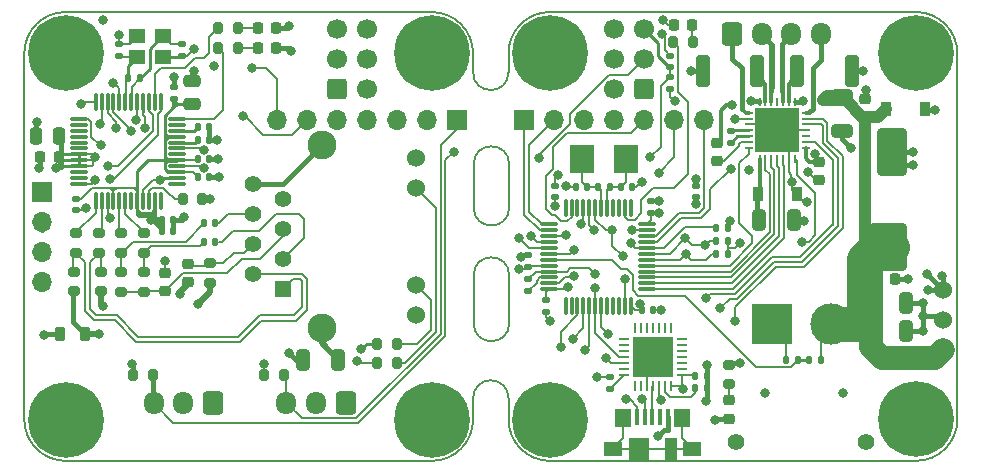
<source format=gbr>
%TF.GenerationSoftware,KiCad,Pcbnew,(7.0.0-0)*%
%TF.CreationDate,2023-05-24T17:39:11+02:00*%
%TF.ProjectId,ethersweep,65746865-7273-4776-9565-702e6b696361,2.0.1*%
%TF.SameCoordinates,Original*%
%TF.FileFunction,Copper,L1,Top*%
%TF.FilePolarity,Positive*%
%FSLAX46Y46*%
G04 Gerber Fmt 4.6, Leading zero omitted, Abs format (unit mm)*
G04 Created by KiCad (PCBNEW (7.0.0-0)) date 2023-05-24 17:39:11*
%MOMM*%
%LPD*%
G01*
G04 APERTURE LIST*
G04 Aperture macros list*
%AMRoundRect*
0 Rectangle with rounded corners*
0 $1 Rounding radius*
0 $2 $3 $4 $5 $6 $7 $8 $9 X,Y pos of 4 corners*
0 Add a 4 corners polygon primitive as box body*
4,1,4,$2,$3,$4,$5,$6,$7,$8,$9,$2,$3,0*
0 Add four circle primitives for the rounded corners*
1,1,$1+$1,$2,$3*
1,1,$1+$1,$4,$5*
1,1,$1+$1,$6,$7*
1,1,$1+$1,$8,$9*
0 Add four rect primitives between the rounded corners*
20,1,$1+$1,$2,$3,$4,$5,0*
20,1,$1+$1,$4,$5,$6,$7,0*
20,1,$1+$1,$6,$7,$8,$9,0*
20,1,$1+$1,$8,$9,$2,$3,0*%
G04 Aperture macros list end*
%TA.AperFunction,SMDPad,CuDef*%
%ADD10RoundRect,0.250000X0.475000X-0.250000X0.475000X0.250000X-0.475000X0.250000X-0.475000X-0.250000X0*%
%TD*%
%TA.AperFunction,SMDPad,CuDef*%
%ADD11RoundRect,0.218750X-0.218750X-0.381250X0.218750X-0.381250X0.218750X0.381250X-0.218750X0.381250X0*%
%TD*%
%TA.AperFunction,ComponentPad*%
%ADD12R,1.398000X1.398000*%
%TD*%
%TA.AperFunction,ComponentPad*%
%ADD13C,1.398000*%
%TD*%
%TA.AperFunction,ComponentPad*%
%ADD14C,1.530000*%
%TD*%
%TA.AperFunction,ComponentPad*%
%ADD15C,2.445000*%
%TD*%
%TA.AperFunction,ComponentPad*%
%ADD16C,0.800000*%
%TD*%
%TA.AperFunction,ComponentPad*%
%ADD17C,6.400000*%
%TD*%
%TA.AperFunction,SMDPad,CuDef*%
%ADD18RoundRect,0.200000X0.200000X0.275000X-0.200000X0.275000X-0.200000X-0.275000X0.200000X-0.275000X0*%
%TD*%
%TA.AperFunction,SMDPad,CuDef*%
%ADD19R,1.400000X1.200000*%
%TD*%
%TA.AperFunction,SMDPad,CuDef*%
%ADD20RoundRect,0.140000X-0.140000X-0.170000X0.140000X-0.170000X0.140000X0.170000X-0.140000X0.170000X0*%
%TD*%
%TA.AperFunction,SMDPad,CuDef*%
%ADD21RoundRect,0.075000X0.075000X-0.662500X0.075000X0.662500X-0.075000X0.662500X-0.075000X-0.662500X0*%
%TD*%
%TA.AperFunction,SMDPad,CuDef*%
%ADD22RoundRect,0.075000X0.662500X-0.075000X0.662500X0.075000X-0.662500X0.075000X-0.662500X-0.075000X0*%
%TD*%
%TA.AperFunction,SMDPad,CuDef*%
%ADD23RoundRect,0.140000X0.170000X-0.140000X0.170000X0.140000X-0.170000X0.140000X-0.170000X-0.140000X0*%
%TD*%
%TA.AperFunction,SMDPad,CuDef*%
%ADD24RoundRect,0.250000X0.250000X0.475000X-0.250000X0.475000X-0.250000X-0.475000X0.250000X-0.475000X0*%
%TD*%
%TA.AperFunction,SMDPad,CuDef*%
%ADD25RoundRect,0.200000X0.275000X-0.200000X0.275000X0.200000X-0.275000X0.200000X-0.275000X-0.200000X0*%
%TD*%
%TA.AperFunction,SMDPad,CuDef*%
%ADD26RoundRect,0.225000X-0.250000X0.225000X-0.250000X-0.225000X0.250000X-0.225000X0.250000X0.225000X0*%
%TD*%
%TA.AperFunction,SMDPad,CuDef*%
%ADD27RoundRect,0.140000X0.140000X0.170000X-0.140000X0.170000X-0.140000X-0.170000X0.140000X-0.170000X0*%
%TD*%
%TA.AperFunction,SMDPad,CuDef*%
%ADD28RoundRect,0.250000X0.325000X0.650000X-0.325000X0.650000X-0.325000X-0.650000X0.325000X-0.650000X0*%
%TD*%
%TA.AperFunction,SMDPad,CuDef*%
%ADD29RoundRect,0.225000X0.250000X-0.225000X0.250000X0.225000X-0.250000X0.225000X-0.250000X-0.225000X0*%
%TD*%
%TA.AperFunction,ComponentPad*%
%ADD30RoundRect,0.250000X0.600000X0.600000X-0.600000X0.600000X-0.600000X-0.600000X0.600000X-0.600000X0*%
%TD*%
%TA.AperFunction,ComponentPad*%
%ADD31C,1.700000*%
%TD*%
%TA.AperFunction,SMDPad,CuDef*%
%ADD32RoundRect,0.135000X0.135000X0.185000X-0.135000X0.185000X-0.135000X-0.185000X0.135000X-0.185000X0*%
%TD*%
%TA.AperFunction,SMDPad,CuDef*%
%ADD33RoundRect,0.200000X-0.200000X-0.275000X0.200000X-0.275000X0.200000X0.275000X-0.200000X0.275000X0*%
%TD*%
%TA.AperFunction,SMDPad,CuDef*%
%ADD34RoundRect,0.218750X0.218750X0.256250X-0.218750X0.256250X-0.218750X-0.256250X0.218750X-0.256250X0*%
%TD*%
%TA.AperFunction,ComponentPad*%
%ADD35C,1.524000*%
%TD*%
%TA.AperFunction,SMDPad,CuDef*%
%ADD36RoundRect,0.218750X0.256250X-0.218750X0.256250X0.218750X-0.256250X0.218750X-0.256250X-0.218750X0*%
%TD*%
%TA.AperFunction,ComponentPad*%
%ADD37C,1.400000*%
%TD*%
%TA.AperFunction,ComponentPad*%
%ADD38R,3.500000X3.500000*%
%TD*%
%TA.AperFunction,ComponentPad*%
%ADD39C,3.500000*%
%TD*%
%TA.AperFunction,SMDPad,CuDef*%
%ADD40RoundRect,0.200000X-0.275000X0.200000X-0.275000X-0.200000X0.275000X-0.200000X0.275000X0.200000X0*%
%TD*%
%TA.AperFunction,SMDPad,CuDef*%
%ADD41RoundRect,0.140000X-0.170000X0.140000X-0.170000X-0.140000X0.170000X-0.140000X0.170000X0.140000X0*%
%TD*%
%TA.AperFunction,SMDPad,CuDef*%
%ADD42R,0.762000X0.254000*%
%TD*%
%TA.AperFunction,SMDPad,CuDef*%
%ADD43R,0.254000X0.762000*%
%TD*%
%TA.AperFunction,SMDPad,CuDef*%
%ADD44R,3.810000X3.810000*%
%TD*%
%TA.AperFunction,SMDPad,CuDef*%
%ADD45RoundRect,0.250000X1.000000X-1.750000X1.000000X1.750000X-1.000000X1.750000X-1.000000X-1.750000X0*%
%TD*%
%TA.AperFunction,SMDPad,CuDef*%
%ADD46RoundRect,0.250000X-0.362500X-1.075000X0.362500X-1.075000X0.362500X1.075000X-0.362500X1.075000X0*%
%TD*%
%TA.AperFunction,SMDPad,CuDef*%
%ADD47RoundRect,0.135000X0.185000X-0.135000X0.185000X0.135000X-0.185000X0.135000X-0.185000X-0.135000X0*%
%TD*%
%TA.AperFunction,SMDPad,CuDef*%
%ADD48RoundRect,0.225000X-0.225000X-0.250000X0.225000X-0.250000X0.225000X0.250000X-0.225000X0.250000X0*%
%TD*%
%TA.AperFunction,SMDPad,CuDef*%
%ADD49R,0.450000X1.380000*%
%TD*%
%TA.AperFunction,SMDPad,CuDef*%
%ADD50R,1.650000X1.300000*%
%TD*%
%TA.AperFunction,SMDPad,CuDef*%
%ADD51R,1.425000X1.550000*%
%TD*%
%TA.AperFunction,SMDPad,CuDef*%
%ADD52R,1.800000X1.900000*%
%TD*%
%TA.AperFunction,SMDPad,CuDef*%
%ADD53R,1.000000X1.900000*%
%TD*%
%TA.AperFunction,ComponentPad*%
%ADD54R,1.700000X1.700000*%
%TD*%
%TA.AperFunction,ComponentPad*%
%ADD55O,1.700000X1.700000*%
%TD*%
%TA.AperFunction,ComponentPad*%
%ADD56RoundRect,0.250000X0.600000X0.725000X-0.600000X0.725000X-0.600000X-0.725000X0.600000X-0.725000X0*%
%TD*%
%TA.AperFunction,ComponentPad*%
%ADD57O,1.700000X1.950000*%
%TD*%
%TA.AperFunction,SMDPad,CuDef*%
%ADD58RoundRect,0.250000X-0.650000X0.325000X-0.650000X-0.325000X0.650000X-0.325000X0.650000X0.325000X0*%
%TD*%
%TA.AperFunction,SMDPad,CuDef*%
%ADD59RoundRect,0.250000X-0.325000X-0.650000X0.325000X-0.650000X0.325000X0.650000X-0.325000X0.650000X0*%
%TD*%
%TA.AperFunction,ComponentPad*%
%ADD60RoundRect,0.250000X-0.600000X-0.725000X0.600000X-0.725000X0.600000X0.725000X-0.600000X0.725000X0*%
%TD*%
%TA.AperFunction,SMDPad,CuDef*%
%ADD61RoundRect,0.250000X0.362500X1.075000X-0.362500X1.075000X-0.362500X-1.075000X0.362500X-1.075000X0*%
%TD*%
%TA.AperFunction,SMDPad,CuDef*%
%ADD62RoundRect,0.075000X-0.075000X0.662500X-0.075000X-0.662500X0.075000X-0.662500X0.075000X0.662500X0*%
%TD*%
%TA.AperFunction,SMDPad,CuDef*%
%ADD63RoundRect,0.075000X-0.662500X0.075000X-0.662500X-0.075000X0.662500X-0.075000X0.662500X0.075000X0*%
%TD*%
%TA.AperFunction,SMDPad,CuDef*%
%ADD64R,0.900000X1.200000*%
%TD*%
%TA.AperFunction,SMDPad,CuDef*%
%ADD65RoundRect,0.062500X0.062500X-0.337500X0.062500X0.337500X-0.062500X0.337500X-0.062500X-0.337500X0*%
%TD*%
%TA.AperFunction,SMDPad,CuDef*%
%ADD66RoundRect,0.062500X0.337500X-0.062500X0.337500X0.062500X-0.337500X0.062500X-0.337500X-0.062500X0*%
%TD*%
%TA.AperFunction,SMDPad,CuDef*%
%ADD67R,3.350000X3.350000*%
%TD*%
%TA.AperFunction,SMDPad,CuDef*%
%ADD68RoundRect,0.218750X-0.218750X-0.256250X0.218750X-0.256250X0.218750X0.256250X-0.218750X0.256250X0*%
%TD*%
%TA.AperFunction,SMDPad,CuDef*%
%ADD69RoundRect,0.135000X-0.185000X0.135000X-0.185000X-0.135000X0.185000X-0.135000X0.185000X0.135000X0*%
%TD*%
%TA.AperFunction,SMDPad,CuDef*%
%ADD70R,2.000000X2.400000*%
%TD*%
%TA.AperFunction,SMDPad,CuDef*%
%ADD71RoundRect,0.225000X0.225000X0.250000X-0.225000X0.250000X-0.225000X-0.250000X0.225000X-0.250000X0*%
%TD*%
%TA.AperFunction,ComponentPad*%
%ADD72RoundRect,0.250000X-0.600000X-0.600000X0.600000X-0.600000X0.600000X0.600000X-0.600000X0.600000X0*%
%TD*%
%TA.AperFunction,ViaPad*%
%ADD73C,0.800000*%
%TD*%
%TA.AperFunction,Conductor*%
%ADD74C,0.250000*%
%TD*%
%TA.AperFunction,Conductor*%
%ADD75C,0.200000*%
%TD*%
%TA.AperFunction,Conductor*%
%ADD76C,0.400000*%
%TD*%
%TA.AperFunction,Conductor*%
%ADD77C,0.500000*%
%TD*%
%TA.AperFunction,Conductor*%
%ADD78C,0.300000*%
%TD*%
%TA.AperFunction,Conductor*%
%ADD79C,2.000000*%
%TD*%
%TA.AperFunction,Conductor*%
%ADD80C,3.000000*%
%TD*%
%TA.AperFunction,Conductor*%
%ADD81C,1.000000*%
%TD*%
%TA.AperFunction,Profile*%
%ADD82C,0.150000*%
%TD*%
G04 APERTURE END LIST*
D10*
X160300000Y-34450000D03*
X160300000Y-32550000D03*
D11*
X149137500Y-54000000D03*
X151262500Y-54000000D03*
D12*
X167999999Y-50149999D03*
D13*
X165460000Y-48880000D03*
X168000000Y-47610000D03*
X165460000Y-46340000D03*
X168000000Y-45070000D03*
X165460000Y-43800000D03*
X168000000Y-42530000D03*
X165460000Y-41260000D03*
D14*
X179250000Y-52325000D03*
X179250000Y-49785000D03*
X179250000Y-41615000D03*
X179250000Y-39075000D03*
D15*
X171300000Y-53445000D03*
X171300000Y-37955000D03*
D16*
X178200000Y-30200000D03*
X178902944Y-28502944D03*
X178902944Y-31897056D03*
X180600000Y-27800000D03*
D17*
X180600000Y-30200000D03*
D16*
X180600000Y-32600000D03*
X182297056Y-28502944D03*
X182297056Y-31897056D03*
X183000000Y-30200000D03*
X147200000Y-30200000D03*
X147902944Y-28502944D03*
X147902944Y-31897056D03*
X149600000Y-27800000D03*
D17*
X149600000Y-30200000D03*
D16*
X149600000Y-32600000D03*
X151297056Y-28502944D03*
X151297056Y-31897056D03*
X152000000Y-30200000D03*
X147200000Y-61200000D03*
X147902944Y-59502944D03*
X147902944Y-62897056D03*
X149600000Y-58800000D03*
D17*
X149600000Y-61200000D03*
D16*
X149600000Y-63600000D03*
X151297056Y-59502944D03*
X151297056Y-62897056D03*
X152000000Y-61200000D03*
X178200000Y-61200000D03*
X178902944Y-59502944D03*
X178902944Y-62897056D03*
X180600000Y-58800000D03*
D17*
X180600000Y-61200000D03*
D16*
X180600000Y-63600000D03*
X182297056Y-59502944D03*
X182297056Y-62897056D03*
X183000000Y-61200000D03*
D18*
X177625000Y-56400000D03*
X175975000Y-56400000D03*
D19*
X155684999Y-30469999D03*
X157884999Y-30469999D03*
X157884999Y-28769999D03*
X155684999Y-28769999D03*
D20*
X160770000Y-37550000D03*
X161730000Y-37550000D03*
D21*
X152150000Y-42662500D03*
X152650000Y-42662500D03*
X153150000Y-42662500D03*
X153650000Y-42662500D03*
X154150000Y-42662500D03*
X154650000Y-42662500D03*
X155150000Y-42662500D03*
X155650000Y-42662500D03*
X156150000Y-42662500D03*
X156650000Y-42662500D03*
X157150000Y-42662500D03*
X157650000Y-42662500D03*
D22*
X159062500Y-41250000D03*
X159062500Y-40750000D03*
X159062500Y-40250000D03*
X159062500Y-39750000D03*
X159062500Y-39250000D03*
X159062500Y-38750000D03*
X159062500Y-38250000D03*
X159062500Y-37750000D03*
X159062500Y-37250000D03*
X159062500Y-36750000D03*
X159062500Y-36250000D03*
X159062500Y-35750000D03*
D21*
X157650000Y-34337500D03*
X157150000Y-34337500D03*
X156650000Y-34337500D03*
X156150000Y-34337500D03*
X155650000Y-34337500D03*
X155150000Y-34337500D03*
X154650000Y-34337500D03*
X154150000Y-34337500D03*
X153650000Y-34337500D03*
X153150000Y-34337500D03*
X152650000Y-34337500D03*
X152150000Y-34337500D03*
D22*
X150737500Y-35750000D03*
X150737500Y-36250000D03*
X150737500Y-36750000D03*
X150737500Y-37250000D03*
X150737500Y-37750000D03*
X150737500Y-38250000D03*
X150737500Y-38750000D03*
X150737500Y-39250000D03*
X150737500Y-39750000D03*
X150737500Y-40250000D03*
X150737500Y-40750000D03*
X150737500Y-41250000D03*
D20*
X160770000Y-36470000D03*
X161730000Y-36470000D03*
D18*
X177625000Y-54800000D03*
X175975000Y-54800000D03*
D23*
X154085000Y-30400000D03*
X154085000Y-29440000D03*
X159485000Y-30400000D03*
X159485000Y-29440000D03*
D24*
X149000000Y-37200000D03*
X147100000Y-37200000D03*
D25*
X156200000Y-50375000D03*
X156200000Y-48725000D03*
X156200000Y-47075000D03*
X156200000Y-45425000D03*
X154300000Y-47075000D03*
X154300000Y-45425000D03*
X152400000Y-47075000D03*
X152400000Y-45425000D03*
X150500000Y-47075000D03*
X150500000Y-45425000D03*
D26*
X158000000Y-48775000D03*
X158000000Y-50325000D03*
D27*
X162280000Y-44600000D03*
X161320000Y-44600000D03*
X162280000Y-46200000D03*
X161320000Y-46200000D03*
D28*
X172675000Y-56120000D03*
X169725000Y-56120000D03*
D29*
X160000000Y-49575000D03*
X160000000Y-48025000D03*
D16*
X188200000Y-30200000D03*
X188902944Y-28502944D03*
X188902944Y-31897056D03*
X190600000Y-27800000D03*
D17*
X190600000Y-30200000D03*
D16*
X190600000Y-32600000D03*
X192297056Y-28502944D03*
X192297056Y-31897056D03*
X193000000Y-30200000D03*
X219200000Y-30200000D03*
X219902944Y-28502944D03*
X219902944Y-31897056D03*
X221600000Y-27800000D03*
D17*
X221600000Y-30200000D03*
D16*
X221600000Y-32600000D03*
X223297056Y-28502944D03*
X223297056Y-31897056D03*
X224000000Y-30200000D03*
X188200000Y-61200000D03*
X188902944Y-59502944D03*
X188902944Y-62897056D03*
X190600000Y-58800000D03*
D17*
X190600000Y-61200000D03*
D16*
X190600000Y-63600000D03*
X192297056Y-59502944D03*
X192297056Y-62897056D03*
X193000000Y-61200000D03*
D30*
X198600000Y-33200000D03*
D31*
X196060000Y-33200000D03*
X198600000Y-30660000D03*
X196060000Y-30660000D03*
X198600000Y-28120000D03*
X196060000Y-28120000D03*
D16*
X219200000Y-61175001D03*
X219902944Y-59477945D03*
X219902944Y-62872057D03*
X221600000Y-58775001D03*
D17*
X221600000Y-61175001D03*
D16*
X221600000Y-63575001D03*
X223297056Y-59477945D03*
X223297056Y-62872057D03*
X224000000Y-61175001D03*
D25*
X161800000Y-49625000D03*
X161800000Y-47975000D03*
D32*
X155895000Y-32320000D03*
X154875000Y-32320000D03*
D18*
X161175000Y-42570000D03*
X159525000Y-42570000D03*
D25*
X150276800Y-50325000D03*
X150276800Y-48675000D03*
X152600000Y-50325000D03*
X152600000Y-48675000D03*
X154300000Y-50375000D03*
X154300000Y-48725000D03*
D33*
X162525000Y-29770000D03*
X164175000Y-29770000D03*
X162525000Y-28070000D03*
X164175000Y-28070000D03*
D34*
X167437500Y-29770000D03*
X165862500Y-29770000D03*
D35*
X223850000Y-55315000D03*
X223850000Y-52775000D03*
X223850000Y-50235000D03*
D36*
X205750000Y-61157500D03*
X205750000Y-59582500D03*
D37*
X217400000Y-63100000D03*
X206400000Y-63100000D03*
D38*
X209399999Y-53099999D03*
D39*
X214400000Y-53100000D03*
D40*
X205750000Y-56545000D03*
X205750000Y-58195000D03*
D20*
X160770000Y-40670000D03*
X161730000Y-40670000D03*
D41*
X205950000Y-36790000D03*
X205950000Y-37750000D03*
D42*
X207424299Y-35219999D03*
X207424299Y-35719998D03*
X207424299Y-36220000D03*
X207424299Y-36719999D03*
X207424299Y-37219998D03*
X207424299Y-37720000D03*
X207424299Y-38219999D03*
D43*
X208349999Y-39145699D03*
X208849998Y-39145699D03*
X209350000Y-39145699D03*
X209849999Y-39145699D03*
X210349998Y-39145699D03*
X210850000Y-39145699D03*
X211349999Y-39145699D03*
D42*
X212275699Y-38219999D03*
X212275699Y-37720000D03*
X212275699Y-37219998D03*
X212275699Y-36719999D03*
X212275699Y-36220000D03*
X212275699Y-35719998D03*
X212275699Y-35219999D03*
D43*
X211349999Y-34294299D03*
X210850000Y-34294299D03*
X210349998Y-34294299D03*
X209849999Y-34294299D03*
X209350000Y-34294299D03*
X208849998Y-34294299D03*
X208349999Y-34294299D03*
D44*
X209849999Y-36719999D03*
D45*
X219550000Y-46570000D03*
X219550000Y-38570000D03*
D46*
X203537500Y-31670000D03*
X208162500Y-31670000D03*
D20*
X157772400Y-45242400D03*
X158732400Y-45242400D03*
D27*
X203880000Y-58545000D03*
X202920000Y-58545000D03*
D23*
X158800000Y-34050000D03*
X158800000Y-33090000D03*
D47*
X188775000Y-50305000D03*
X188775000Y-49285000D03*
D34*
X167437500Y-28070000D03*
X165862500Y-28070000D03*
D29*
X217300000Y-35595000D03*
X217300000Y-34045000D03*
D27*
X203880000Y-57545000D03*
X202920000Y-57545000D03*
D48*
X218275000Y-49320000D03*
X219825000Y-49320000D03*
D49*
X197987499Y-61009999D03*
X198637499Y-61009999D03*
X199287499Y-61009999D03*
X199937499Y-61009999D03*
X200587499Y-61009999D03*
D50*
X195912499Y-63669999D03*
D51*
X196799999Y-61094999D03*
D52*
X198137499Y-63669999D03*
D53*
X200837499Y-63669999D03*
D51*
X201774999Y-61094999D03*
D50*
X202662499Y-63669999D03*
D54*
X182717599Y-35818999D03*
D55*
X180177599Y-35818999D03*
X177637599Y-35818999D03*
X175097599Y-35818999D03*
X172557599Y-35818999D03*
X170017599Y-35818999D03*
X167477599Y-35818999D03*
D47*
X200810000Y-33210000D03*
X200810000Y-32190000D03*
D56*
X173300000Y-59787500D03*
D57*
X170799999Y-59787499D03*
X168299999Y-59787499D03*
D58*
X215325000Y-33845000D03*
X215325000Y-36795000D03*
D56*
X162050000Y-59787500D03*
D57*
X159549999Y-59787499D03*
X157049999Y-59787499D03*
D59*
X217825000Y-53720000D03*
X220775000Y-53720000D03*
D32*
X205660000Y-46070000D03*
X204640000Y-46070000D03*
D20*
X157770000Y-44270000D03*
X158730000Y-44270000D03*
D41*
X202950000Y-41390000D03*
X202950000Y-42350000D03*
D27*
X197560000Y-41540000D03*
X196600000Y-41540000D03*
D54*
X188452999Y-35818999D03*
D55*
X190992999Y-35818999D03*
X193532999Y-35818999D03*
X196072999Y-35818999D03*
X198612999Y-35818999D03*
X201152999Y-35818999D03*
X203692999Y-35818999D03*
D60*
X206050000Y-28602500D03*
D57*
X208549999Y-28602499D03*
X211049999Y-28602499D03*
X213549999Y-28602499D03*
D20*
X198407500Y-51920000D03*
X199367500Y-51920000D03*
D61*
X216162500Y-31670000D03*
X211537500Y-31670000D03*
D27*
X193760000Y-41540000D03*
X192800000Y-41540000D03*
D41*
X200800000Y-30386000D03*
X200800000Y-31346000D03*
D62*
X197437500Y-43257500D03*
X196937500Y-43257500D03*
X196437500Y-43257500D03*
X195937500Y-43257500D03*
X195437500Y-43257500D03*
X194937500Y-43257500D03*
X194437500Y-43257500D03*
X193937500Y-43257500D03*
X193437500Y-43257500D03*
X192937500Y-43257500D03*
X192437500Y-43257500D03*
X191937500Y-43257500D03*
D63*
X190525000Y-44670000D03*
X190525000Y-45170000D03*
X190525000Y-45670000D03*
X190525000Y-46170000D03*
X190525000Y-46670000D03*
X190525000Y-47170000D03*
X190525000Y-47670000D03*
X190525000Y-48170000D03*
X190525000Y-48670000D03*
X190525000Y-49170000D03*
X190525000Y-49670000D03*
X190525000Y-50170000D03*
D62*
X191937500Y-51582500D03*
X192437500Y-51582500D03*
X192937500Y-51582500D03*
X193437500Y-51582500D03*
X193937500Y-51582500D03*
X194437500Y-51582500D03*
X194937500Y-51582500D03*
X195437500Y-51582500D03*
X195937500Y-51582500D03*
X196437500Y-51582500D03*
X196937500Y-51582500D03*
X197437500Y-51582500D03*
D63*
X198850000Y-50170000D03*
X198850000Y-49670000D03*
X198850000Y-49170000D03*
X198850000Y-48670000D03*
X198850000Y-48170000D03*
X198850000Y-47670000D03*
X198850000Y-47170000D03*
X198850000Y-46670000D03*
X198850000Y-46170000D03*
X198850000Y-45670000D03*
X198850000Y-45170000D03*
X198850000Y-44670000D03*
D33*
X166425000Y-57470000D03*
X168075000Y-57470000D03*
D32*
X205660000Y-44970000D03*
X204640000Y-44970000D03*
D64*
X208189399Y-42127999D03*
X211489399Y-42127999D03*
D65*
X197825000Y-58370000D03*
X198325000Y-58370000D03*
X198825000Y-58370000D03*
X199325000Y-58370000D03*
X199825000Y-58370000D03*
X200325000Y-58370000D03*
X200825000Y-58370000D03*
D66*
X201775000Y-57420000D03*
X201775000Y-56920000D03*
X201775000Y-56420000D03*
X201775000Y-55920000D03*
X201775000Y-55420000D03*
X201775000Y-54920000D03*
X201775000Y-54420000D03*
D65*
X200825000Y-53470000D03*
X200325000Y-53470000D03*
X199825000Y-53470000D03*
X199325000Y-53470000D03*
X198825000Y-53470000D03*
X198325000Y-53470000D03*
X197825000Y-53470000D03*
D66*
X196875000Y-54420000D03*
X196875000Y-54920000D03*
X196875000Y-55420000D03*
X196875000Y-55920000D03*
X196875000Y-56420000D03*
X196875000Y-56920000D03*
X196875000Y-57420000D03*
D67*
X199324999Y-55919999D03*
D32*
X213570000Y-56170000D03*
X212550000Y-56170000D03*
D23*
X199187500Y-43690000D03*
X199187500Y-42730000D03*
D32*
X195690000Y-41540000D03*
X194670000Y-41540000D03*
D26*
X204750000Y-37795000D03*
X204750000Y-39345000D03*
D64*
X219074999Y-34919999D03*
X222374999Y-34919999D03*
D41*
X150450000Y-42490000D03*
X150450000Y-43450000D03*
D33*
X155325000Y-57470000D03*
X156975000Y-57470000D03*
D26*
X213370400Y-39395000D03*
X213370400Y-40945000D03*
D41*
X190287500Y-51120000D03*
X190287500Y-52080000D03*
D68*
X201082500Y-27770000D03*
X202657500Y-27770000D03*
D59*
X217825000Y-51320000D03*
X220775000Y-51320000D03*
D18*
X202714600Y-29240400D03*
X201064600Y-29240400D03*
D69*
X188775000Y-47310000D03*
X188775000Y-48330000D03*
D70*
X197049999Y-39139999D03*
X193349999Y-39139999D03*
D71*
X149019800Y-38943200D03*
X147469800Y-38943200D03*
D59*
X208339400Y-44328000D03*
X211289400Y-44328000D03*
D23*
X191025000Y-42350000D03*
X191025000Y-41390000D03*
D32*
X211610000Y-56170000D03*
X210590000Y-56170000D03*
D20*
X160770000Y-39149096D03*
X161730000Y-39149096D03*
D41*
X195675000Y-57640000D03*
X195675000Y-58600000D03*
D32*
X205660000Y-47170000D03*
X204640000Y-47170000D03*
D72*
X172600000Y-33200000D03*
D31*
X175140000Y-33200000D03*
X172600000Y-30660000D03*
X175140000Y-30660000D03*
X172600000Y-28120000D03*
X175140000Y-28120000D03*
D54*
X147599999Y-41899999D03*
D55*
X147599999Y-44439999D03*
X147599999Y-46979999D03*
X147599999Y-49519999D03*
D73*
X158000000Y-47750000D03*
X147350000Y-39870000D03*
X212450000Y-40270000D03*
X160450000Y-29870000D03*
X222200000Y-51320000D03*
X188150000Y-47445000D03*
X153400000Y-44100000D03*
X216100000Y-38195000D03*
X155560000Y-35819000D03*
X208544400Y-37165200D03*
X209408000Y-35438000D03*
X207450000Y-40070000D03*
X220965000Y-49281000D03*
X196937500Y-49282500D03*
X168550000Y-27870000D03*
X210271600Y-35438000D03*
X221350000Y-39620000D03*
X168550000Y-55570000D03*
X162150000Y-31270000D03*
X204620000Y-61230000D03*
X154085000Y-28635000D03*
X202950000Y-40870000D03*
X203825000Y-59645000D03*
X222200000Y-53670000D03*
X205850000Y-44370000D03*
X200025000Y-51920000D03*
X147150000Y-35970000D03*
X199325000Y-55920000D03*
X221325000Y-38545000D03*
X202550000Y-31670000D03*
X198400500Y-41070000D03*
X199840000Y-42730000D03*
X217350000Y-33270000D03*
X208544400Y-35438000D03*
X200075000Y-28520000D03*
X209408000Y-36301600D03*
X200200000Y-27345000D03*
X191307122Y-40527122D03*
X159300000Y-50600000D03*
X211113900Y-41073143D03*
X151350000Y-43270000D03*
X158800000Y-32220000D03*
X162550000Y-40670000D03*
X159650000Y-44070000D03*
X162529096Y-39149096D03*
X211135200Y-35438000D03*
X152800000Y-27400000D03*
X211135200Y-38028800D03*
X152131000Y-40899000D03*
X197574500Y-45170000D03*
X192610285Y-49085573D03*
X161355227Y-39909548D03*
X199747253Y-62615067D03*
X211135200Y-36301600D03*
X190625000Y-52895000D03*
X208544400Y-36301600D03*
X161297982Y-38349548D03*
X210271600Y-37165200D03*
X208857000Y-58963000D03*
X209408000Y-37165200D03*
X160450000Y-31670000D03*
X212150000Y-44370000D03*
X203925000Y-56620000D03*
X211135200Y-37165200D03*
X212350000Y-42770000D03*
X194350000Y-45170000D03*
X210271600Y-38028800D03*
X223200000Y-34995000D03*
X208544400Y-38028800D03*
X168650000Y-29970000D03*
X157600000Y-40900000D03*
X162450000Y-37570000D03*
X217150000Y-31670000D03*
X210271600Y-36301600D03*
X222200000Y-52470000D03*
X191950000Y-41470000D03*
X209408000Y-38028800D03*
X161850000Y-42570000D03*
X202100000Y-47195000D03*
X202075000Y-45845000D03*
X203775000Y-46445000D03*
X206725210Y-46255966D03*
X156300501Y-36490312D03*
X222525000Y-48895000D03*
X155250000Y-56470000D03*
X193200000Y-44670000D03*
X191050000Y-43145000D03*
X202993500Y-42970000D03*
X152050000Y-38970000D03*
X223800000Y-49045000D03*
X199875000Y-43745000D03*
X198250000Y-51420000D03*
X148750000Y-39870000D03*
X201160000Y-34260000D03*
X166425000Y-56495000D03*
X215450000Y-58970000D03*
X147750000Y-54070000D03*
X222625000Y-50220000D03*
X213065372Y-38704628D03*
X192100000Y-49945000D03*
X206700000Y-56420000D03*
X189000000Y-45645000D03*
X153900000Y-36520000D03*
X189675000Y-39045000D03*
X191975000Y-45620000D03*
X155100000Y-36750000D03*
X199100000Y-38995000D03*
X196775000Y-47395000D03*
X195875000Y-45170000D03*
X194575000Y-57570000D03*
X152488673Y-36175003D03*
X188000000Y-45870000D03*
X182500000Y-38520000D03*
X213700000Y-34170000D03*
X206000000Y-34570000D03*
X212050000Y-34270000D03*
X207650000Y-34270000D03*
X152600000Y-37950000D03*
X199800000Y-40320000D03*
X192675000Y-46820000D03*
X150900000Y-34450000D03*
X164650000Y-35470000D03*
X160800000Y-51400000D03*
X152400000Y-54000000D03*
X152800000Y-51600000D03*
X156850000Y-44270000D03*
X201900000Y-58595000D03*
X197050000Y-59495000D03*
X198425000Y-59445000D03*
X200000000Y-59520000D03*
X153350000Y-40870000D03*
X174250000Y-56270000D03*
X174650000Y-55270000D03*
X153150000Y-39750000D03*
X194450000Y-50070000D03*
X195525000Y-53970000D03*
X195325000Y-55970000D03*
X187950000Y-48470000D03*
X197450000Y-46270000D03*
X194400000Y-48895000D03*
X211980000Y-46140000D03*
X205950000Y-39970000D03*
X206250000Y-35770000D03*
X192525000Y-54395000D03*
X203800000Y-50920000D03*
X205000000Y-51770000D03*
X193575000Y-55320000D03*
X191525000Y-55070000D03*
X206250000Y-52870000D03*
X153650000Y-32670000D03*
X165350000Y-31470000D03*
D74*
X157885000Y-30470000D02*
X159415000Y-30470000D01*
D75*
X158000000Y-48775000D02*
X158000000Y-47750000D01*
X153400000Y-44100000D02*
X153400000Y-44100000D01*
X196937500Y-51582500D02*
X196950000Y-51595000D01*
X155650000Y-35729000D02*
X155560000Y-35819000D01*
X201082500Y-27770000D02*
X200625000Y-27770000D01*
X151170000Y-43450000D02*
X151350000Y-43270000D01*
X155650000Y-34337500D02*
X155650000Y-35729000D01*
X150450000Y-43450000D02*
X151170000Y-43450000D01*
X213370400Y-40945000D02*
X213125000Y-40945000D01*
D76*
X147469800Y-39750200D02*
X147350000Y-39870000D01*
D75*
X212150000Y-44370000D02*
X211331400Y-44370000D01*
D76*
X220775000Y-53720000D02*
X222150000Y-53720000D01*
D75*
X192375000Y-49145000D02*
X192550858Y-49145000D01*
D76*
X200262320Y-62100000D02*
X200562500Y-62100000D01*
X215325000Y-36795000D02*
X215325000Y-37420000D01*
D75*
X153199990Y-43249990D02*
X153199990Y-43899990D01*
X161039096Y-39759096D02*
X161250000Y-39970000D01*
X196950000Y-49270000D02*
X196937500Y-49282500D01*
X161250000Y-39970000D02*
X161310452Y-39909548D01*
D76*
X200562500Y-62100000D02*
X200587500Y-62075000D01*
X162550000Y-39170000D02*
X162529096Y-39149096D01*
X215325000Y-37420000D02*
X216100000Y-38195000D01*
D75*
X153150000Y-43200000D02*
X153199990Y-43249990D01*
X205525000Y-44695000D02*
X205525000Y-44835000D01*
D76*
X205750000Y-61157500D02*
X204692500Y-61157500D01*
D75*
X159071596Y-39759096D02*
X161039096Y-39759096D01*
X210850001Y-38313999D02*
X211135200Y-38028800D01*
X221325000Y-39645000D02*
X221300000Y-39670000D01*
D76*
X158732400Y-44272400D02*
X158730000Y-44270000D01*
X147100000Y-37200000D02*
X147100000Y-36020000D01*
X203925000Y-56620000D02*
X203925000Y-59545000D01*
D75*
X200625000Y-27770000D02*
X200200000Y-27345000D01*
X200075000Y-28520000D02*
X200364600Y-28809600D01*
D74*
X159062500Y-40750000D02*
X157750000Y-40750000D01*
D75*
X155015000Y-29440000D02*
X155685000Y-28770000D01*
X203880000Y-56665000D02*
X203925000Y-56620000D01*
D76*
X202550000Y-31670000D02*
X203537500Y-31670000D01*
X167437500Y-29770000D02*
X168450000Y-29770000D01*
X169100000Y-56120000D02*
X168550000Y-55570000D01*
D75*
X161310452Y-39909548D02*
X161355227Y-39909548D01*
X198825000Y-56420000D02*
X199325000Y-55920000D01*
X190525000Y-49670000D02*
X191385050Y-49670000D01*
X159062500Y-39750000D02*
X159071596Y-39759096D01*
X198550000Y-41070000D02*
X198400500Y-41070000D01*
D76*
X221300000Y-38570000D02*
X221325000Y-38545000D01*
X159450000Y-44270000D02*
X159650000Y-44070000D01*
X161730000Y-40670000D02*
X162550000Y-40670000D01*
D75*
X157034315Y-40900000D02*
X156150000Y-41784315D01*
X192020000Y-41540000D02*
X191950000Y-41470000D01*
X191025000Y-41390000D02*
X191025000Y-40695000D01*
X211331400Y-44370000D02*
X211289400Y-44328000D01*
X191910050Y-49145000D02*
X192375000Y-49145000D01*
X188285000Y-47310000D02*
X188150000Y-47445000D01*
D74*
X160300000Y-32550000D02*
X160650000Y-32550000D01*
D76*
X219864000Y-49281000D02*
X219825000Y-49320000D01*
X158732400Y-45242400D02*
X158732400Y-44272400D01*
D75*
X203880000Y-58545000D02*
X203880000Y-57545000D01*
D76*
X199747253Y-62615067D02*
X200262320Y-62100000D01*
X217300000Y-34045000D02*
X217300000Y-33320000D01*
D75*
X210590000Y-54290000D02*
X209400000Y-53100000D01*
X192550858Y-49145000D02*
X192610285Y-49085573D01*
D76*
X168350000Y-28070000D02*
X168550000Y-27870000D01*
X161730000Y-39149096D02*
X162529096Y-39149096D01*
X219550000Y-38570000D02*
X221300000Y-38570000D01*
D75*
X205525000Y-44835000D02*
X205660000Y-44970000D01*
D76*
X158730000Y-44270000D02*
X159450000Y-44270000D01*
X221350000Y-39620000D02*
X220600000Y-39620000D01*
D75*
X197560000Y-41540000D02*
X197930500Y-41540000D01*
X192375000Y-49145000D02*
X192575000Y-49145000D01*
X159300000Y-50275000D02*
X160000000Y-49575000D01*
X212350000Y-42770000D02*
X212131400Y-42770000D01*
D76*
X169725000Y-56120000D02*
X169100000Y-56120000D01*
D75*
X192800000Y-41540000D02*
X192020000Y-41540000D01*
X203880000Y-58545000D02*
X203880000Y-59590000D01*
X150737500Y-41250000D02*
X150762020Y-41225480D01*
X199187500Y-42730000D02*
X199840000Y-42730000D01*
X156150000Y-41784315D02*
X156150000Y-42662500D01*
X191025000Y-40695000D02*
X191250000Y-40470000D01*
X154150000Y-28570000D02*
X154085000Y-28635000D01*
X211113900Y-41073143D02*
X211113900Y-41752500D01*
X157600000Y-40900000D02*
X157034315Y-40900000D01*
D76*
X220775000Y-51320000D02*
X222200000Y-51320000D01*
D75*
X207424300Y-36220001D02*
X208462801Y-36220001D01*
X154085000Y-29440000D02*
X155015000Y-29440000D01*
X203880000Y-59590000D02*
X203825000Y-59645000D01*
X154085000Y-29440000D02*
X154085000Y-28635000D01*
X210850001Y-39145700D02*
X210850001Y-38313999D01*
X159485000Y-30400000D02*
X159920000Y-30400000D01*
D76*
X222150000Y-53720000D02*
X222200000Y-53670000D01*
D75*
X161198434Y-38250000D02*
X161297982Y-38349548D01*
X203880000Y-57545000D02*
X203880000Y-56665000D01*
X160850000Y-38250000D02*
X161198434Y-38250000D01*
D74*
X157750000Y-40750000D02*
X157600000Y-40900000D01*
D76*
X223200000Y-34995000D02*
X222450000Y-34995000D01*
D75*
X210590000Y-56170000D02*
X210590000Y-54290000D01*
D76*
X160300000Y-31820000D02*
X160450000Y-31670000D01*
D75*
X211050000Y-40470000D02*
X211050000Y-41009243D01*
X199850000Y-42720000D02*
X199840000Y-42730000D01*
D76*
X147100000Y-36020000D02*
X147150000Y-35970000D01*
D75*
X188775000Y-47310000D02*
X188285000Y-47310000D01*
X212275700Y-36720000D02*
X211553600Y-36720000D01*
D76*
X168450000Y-29770000D02*
X168650000Y-29970000D01*
D75*
X198850000Y-45170000D02*
X197574500Y-45170000D01*
X159062500Y-38250000D02*
X160850000Y-38250000D01*
X198825000Y-58370000D02*
X198825000Y-56420000D01*
D76*
X160300000Y-32550000D02*
X160300000Y-31820000D01*
X222450000Y-34995000D02*
X222375000Y-34920000D01*
X223545000Y-52470000D02*
X223850000Y-52775000D01*
D75*
X200364600Y-28809600D02*
X200364600Y-29950600D01*
X158750000Y-32170000D02*
X158800000Y-32220000D01*
D76*
X222200000Y-51320000D02*
X222200000Y-53670000D01*
D75*
X211050000Y-41009243D02*
X211113900Y-41073143D01*
X221350000Y-39620000D02*
X221325000Y-39645000D01*
X199367500Y-51920000D02*
X200025000Y-51920000D01*
D76*
X204692500Y-61157500D02*
X204620000Y-61230000D01*
D75*
X159920000Y-30400000D02*
X160450000Y-29870000D01*
D76*
X220965000Y-49281000D02*
X219864000Y-49281000D01*
D75*
X210850001Y-40270001D02*
X211050000Y-40470000D01*
D77*
X159300000Y-50600000D02*
X159300000Y-50425000D01*
D76*
X217150000Y-31670000D02*
X216162500Y-31670000D01*
X203925000Y-59545000D02*
X203825000Y-59645000D01*
X220600000Y-39620000D02*
X219550000Y-38570000D01*
D75*
X158000000Y-48775000D02*
X158175000Y-48775000D01*
D76*
X167437500Y-28070000D02*
X168350000Y-28070000D01*
X217300000Y-33320000D02*
X217350000Y-33270000D01*
X222200000Y-52470000D02*
X223545000Y-52470000D01*
D75*
X196937500Y-51582500D02*
X196937500Y-49282500D01*
D76*
X220075000Y-39095000D02*
X219550000Y-38570000D01*
X200587500Y-62075000D02*
X200587500Y-61010000D01*
D75*
X212131400Y-42770000D02*
X211489400Y-42128000D01*
X190287500Y-52080000D02*
X190287500Y-52557500D01*
D76*
X147469800Y-38943200D02*
X147469800Y-39750200D01*
D75*
X210850001Y-39145700D02*
X210850001Y-40270001D01*
D76*
X161730000Y-37550000D02*
X161750000Y-37570000D01*
D75*
X151804520Y-41225480D02*
X152131000Y-40899000D01*
D76*
X161730000Y-36470000D02*
X161730000Y-37550000D01*
D75*
X211113900Y-41752500D02*
X211489400Y-42128000D01*
X150762020Y-41225480D02*
X151804520Y-41225480D01*
X208462801Y-36220001D02*
X208544400Y-36301600D01*
D76*
X161175000Y-42570000D02*
X161850000Y-42570000D01*
D75*
X202950000Y-41390000D02*
X202950000Y-40870000D01*
D76*
X161750000Y-37570000D02*
X162450000Y-37570000D01*
D75*
X213125000Y-40945000D02*
X212450000Y-40270000D01*
X205850000Y-44370000D02*
X205525000Y-44695000D01*
X153150000Y-42662500D02*
X153150000Y-43200000D01*
X191250000Y-40470000D02*
X191307122Y-40527122D01*
X193937500Y-43257500D02*
X193937500Y-44757500D01*
X200364600Y-29950600D02*
X200800000Y-30386000D01*
D77*
X159300000Y-50425000D02*
X159900000Y-49825000D01*
D75*
X190287500Y-52557500D02*
X190625000Y-52895000D01*
X197930500Y-41540000D02*
X198400500Y-41070000D01*
D76*
X158800000Y-33090000D02*
X158800000Y-32220000D01*
D75*
X191385050Y-49670000D02*
X191910050Y-49145000D01*
X159300000Y-50600000D02*
X159300000Y-50275000D01*
X153199990Y-43899990D02*
X153400000Y-44100000D01*
X193937500Y-44757500D02*
X194350000Y-45170000D01*
X211553600Y-36720000D02*
X211135200Y-36301600D01*
X194670000Y-41540000D02*
X194950000Y-41820000D01*
X193350000Y-39140000D02*
X193350000Y-41130000D01*
X194670000Y-41540000D02*
X194937500Y-41807500D01*
X193350000Y-41130000D02*
X193760000Y-41540000D01*
X193760000Y-41540000D02*
X194670000Y-41540000D01*
X194937500Y-41807500D02*
X194937500Y-43257500D01*
X198850000Y-47670000D02*
X201625000Y-47670000D01*
X204350000Y-47170000D02*
X203850000Y-47670000D01*
X204640000Y-47170000D02*
X204350000Y-47170000D01*
X202575000Y-47670000D02*
X202100000Y-47195000D01*
X201625000Y-47670000D02*
X202100000Y-47195000D01*
X203850000Y-47670000D02*
X202575000Y-47670000D01*
X202675000Y-46445000D02*
X202075000Y-45845000D01*
X200750000Y-47170000D02*
X202075000Y-45845000D01*
X198850000Y-47170000D02*
X200750000Y-47170000D01*
X203600000Y-46270000D02*
X203775000Y-46445000D01*
X204640000Y-46070000D02*
X204150000Y-46070000D01*
X203775000Y-46445000D02*
X202675000Y-46445000D01*
X204150000Y-46070000D02*
X203775000Y-46445000D01*
D76*
X196060000Y-33200000D02*
X196060000Y-33367120D01*
X149137500Y-54000000D02*
X148850001Y-53712501D01*
X222525000Y-48910000D02*
X222525000Y-48895000D01*
D75*
X156150000Y-35419050D02*
X156350000Y-35619050D01*
D76*
X149137500Y-54000000D02*
X147820000Y-54000000D01*
X222640000Y-50235000D02*
X222625000Y-50220000D01*
D75*
X190287500Y-50407500D02*
X190525000Y-50170000D01*
D76*
X147600000Y-45129998D02*
X147600000Y-44440000D01*
D75*
X156350000Y-35619050D02*
X156350000Y-36440813D01*
D78*
X212275700Y-39097700D02*
X212568000Y-39390000D01*
D74*
X150250000Y-39750000D02*
X150225000Y-39725000D01*
D76*
X147820000Y-54000000D02*
X147750000Y-54070000D01*
D75*
X151950000Y-39070000D02*
X152050000Y-38970000D01*
D74*
X150737500Y-38750000D02*
X149230000Y-38750000D01*
D75*
X190287500Y-51120000D02*
X190287500Y-50407500D01*
D76*
X223850000Y-50235000D02*
X223850000Y-49095000D01*
D74*
X150737500Y-39250000D02*
X149310000Y-39250000D01*
X150737500Y-38750000D02*
X150737500Y-39137500D01*
D75*
X149019800Y-39600200D02*
X148750000Y-39870000D01*
D76*
X206700000Y-56420000D02*
X205875000Y-56420000D01*
D75*
X201160000Y-34260000D02*
X201210000Y-34260000D01*
D74*
X149250000Y-39750000D02*
X149180000Y-39820000D01*
X149310000Y-39250000D02*
X149180000Y-39380000D01*
D76*
X149180000Y-39380000D02*
X149180000Y-38700000D01*
D74*
X150737500Y-39137500D02*
X150737500Y-39250000D01*
X150737500Y-39750000D02*
X150737500Y-38750000D01*
D75*
X206664034Y-46255966D02*
X206725210Y-46255966D01*
D76*
X149180000Y-39820000D02*
X149180000Y-39380000D01*
D75*
X205660000Y-46670000D02*
X205660000Y-47170000D01*
X150737500Y-39750000D02*
X151870000Y-39750000D01*
D78*
X179250000Y-39075000D02*
X179217634Y-39075000D01*
D76*
X148850000Y-37200000D02*
X149180000Y-37530000D01*
D75*
X166450000Y-56470000D02*
X166425000Y-56495000D01*
X213365400Y-39390000D02*
X213370400Y-39395000D01*
D76*
X223850000Y-49095000D02*
X223800000Y-49045000D01*
X223850000Y-50235000D02*
X222525000Y-48910000D01*
D75*
X198407500Y-51577500D02*
X198250000Y-51420000D01*
D76*
X155325000Y-57470000D02*
X155325000Y-56545000D01*
D75*
X199187500Y-43690000D02*
X199820000Y-43690000D01*
X206250000Y-46670000D02*
X206664034Y-46255966D01*
D76*
X149180000Y-37530000D02*
X149180000Y-38700000D01*
D75*
X198407500Y-51920000D02*
X198407500Y-51577500D01*
X150737500Y-38750000D02*
X151830000Y-38750000D01*
X151770000Y-39250000D02*
X152050000Y-38970000D01*
D74*
X150737500Y-39250000D02*
X150737500Y-39750000D01*
D75*
X205660000Y-46670000D02*
X206250000Y-46670000D01*
D74*
X150737500Y-39750000D02*
X149250000Y-39750000D01*
D75*
X213370400Y-39009656D02*
X213065372Y-38704628D01*
D78*
X213370400Y-39395000D02*
X212725000Y-39395000D01*
D75*
X191875000Y-50170000D02*
X192100000Y-49945000D01*
X156150000Y-34337500D02*
X156150000Y-35419050D01*
X179250000Y-39075000D02*
X178768798Y-39556202D01*
X193437500Y-43257500D02*
X193437500Y-44432500D01*
D74*
X150737500Y-39750000D02*
X150737500Y-38800010D01*
D75*
X199187500Y-44332500D02*
X198850000Y-44670000D01*
X199187500Y-43690000D02*
X199187500Y-44332500D01*
D74*
X149230000Y-38750000D02*
X149180000Y-38700000D01*
D75*
X199820000Y-43690000D02*
X199875000Y-43745000D01*
D78*
X213345000Y-39390000D02*
X213350000Y-39395000D01*
D74*
X150737500Y-39750000D02*
X150250000Y-39750000D01*
D75*
X205660000Y-46070000D02*
X205660000Y-46670000D01*
X191025000Y-42350000D02*
X191025000Y-43120000D01*
X202950000Y-42926500D02*
X202993500Y-42970000D01*
X151870000Y-39750000D02*
X151950000Y-39670000D01*
X193437500Y-44432500D02*
X193200000Y-44670000D01*
X190525000Y-50170000D02*
X191875000Y-50170000D01*
X151950000Y-39670000D02*
X151950000Y-39070000D01*
X200810000Y-33910000D02*
X200810000Y-33210000D01*
X202950000Y-42350000D02*
X202950000Y-42926500D01*
X150737500Y-39250000D02*
X151770000Y-39250000D01*
X201160000Y-34260000D02*
X200810000Y-33910000D01*
D76*
X155325000Y-56545000D02*
X155250000Y-56470000D01*
D75*
X213370400Y-39395000D02*
X213370400Y-39009656D01*
D76*
X205875000Y-56420000D02*
X205750000Y-56545000D01*
D75*
X191025000Y-43120000D02*
X191050000Y-43145000D01*
X198407500Y-51920000D02*
X197775000Y-51920000D01*
D76*
X223850000Y-50235000D02*
X222640000Y-50235000D01*
D75*
X212568000Y-39390000D02*
X213365400Y-39390000D01*
X151830000Y-38750000D02*
X152050000Y-38970000D01*
D78*
X212568000Y-39390000D02*
X213345000Y-39390000D01*
D75*
X197775000Y-51920000D02*
X197437500Y-51582500D01*
X166425000Y-57470000D02*
X166425000Y-56495000D01*
X156350000Y-36440813D02*
X156300501Y-36490312D01*
X149019800Y-38943200D02*
X149019800Y-39600200D01*
D74*
X156150000Y-34337500D02*
X156150000Y-35205707D01*
D78*
X212275700Y-38220000D02*
X212275700Y-39097700D01*
D75*
X153150000Y-35263998D02*
X153900000Y-36013998D01*
X189525000Y-46170000D02*
X189000000Y-45645000D01*
X153900000Y-36013998D02*
X153900000Y-36520000D01*
X190525000Y-46170000D02*
X189525000Y-46170000D01*
X153150000Y-34337500D02*
X153150000Y-35263998D01*
X172600000Y-30736002D02*
X172600000Y-30660000D01*
X155100000Y-36750000D02*
X155100000Y-36750000D01*
X190525000Y-45670000D02*
X191925000Y-45670000D01*
X192275000Y-35358654D02*
X192275000Y-36163346D01*
X153650000Y-35198299D02*
X155100000Y-36648299D01*
X195583654Y-32050000D02*
X192275000Y-35358654D01*
X155100000Y-36648299D02*
X155100000Y-36750000D01*
X153650000Y-34337500D02*
X153650000Y-35198299D01*
X197210000Y-32050000D02*
X195583654Y-32050000D01*
X192275000Y-36163346D02*
X189675000Y-38763346D01*
X189675000Y-38763346D02*
X189675000Y-39045000D01*
X198600000Y-30660000D02*
X197210000Y-32050000D01*
X191925000Y-45670000D02*
X191975000Y-45620000D01*
D74*
X199774511Y-29294511D02*
X199774511Y-30459600D01*
D75*
X200003000Y-37195000D02*
X200003000Y-38092000D01*
X195875000Y-46495000D02*
X196775000Y-47395000D01*
X195339950Y-45170000D02*
X195875000Y-45170000D01*
X200810000Y-31290000D02*
X200800000Y-31280000D01*
D74*
X200660911Y-31346000D02*
X200800000Y-31346000D01*
D75*
X200800000Y-32180000D02*
X200810000Y-32190000D01*
X200800000Y-31346000D02*
X200800000Y-32180000D01*
D74*
X198600000Y-28120000D02*
X199774511Y-29294511D01*
D75*
X194437500Y-44267550D02*
X195339950Y-45170000D01*
X200003000Y-32997000D02*
X200003000Y-37195000D01*
X194437500Y-43257500D02*
X194437500Y-44267550D01*
X195605000Y-57570000D02*
X194575000Y-57570000D01*
X195875000Y-45170000D02*
X195875000Y-46495000D01*
D74*
X199774511Y-30459600D02*
X200660911Y-31346000D01*
D75*
X195675000Y-57640000D02*
X195605000Y-57570000D01*
X200810000Y-32190000D02*
X200003000Y-32997000D01*
X200003000Y-38092000D02*
X199100000Y-38995000D01*
X174574301Y-30660000D02*
X175140000Y-30660000D01*
X152650000Y-35970000D02*
X152450000Y-36170000D01*
X152650000Y-34337500D02*
X152650000Y-35970000D01*
X152450000Y-36170000D02*
X152455003Y-36175003D01*
X188000000Y-45870000D02*
X188800000Y-46670000D01*
X152455003Y-36175003D02*
X152488673Y-36175003D01*
X188800000Y-46670000D02*
X190525000Y-46670000D01*
X181350000Y-37970000D02*
X182717600Y-36602400D01*
X168075000Y-57470000D02*
X168300000Y-57695000D01*
X169574520Y-61062020D02*
X168300000Y-59787500D01*
X181350000Y-53927834D02*
X174215814Y-61062020D01*
X168300000Y-57695000D02*
X168300000Y-59787500D01*
X181350000Y-53920000D02*
X181350000Y-37970000D01*
X168250000Y-59737500D02*
X168300000Y-59787500D01*
X182717600Y-36602400D02*
X182717600Y-35819000D01*
X188453000Y-35819000D02*
X188453000Y-43865830D01*
X188453000Y-43865830D02*
X189757170Y-45170000D01*
X174215814Y-61062020D02*
X169574520Y-61062020D01*
X181350000Y-53920000D02*
X181350000Y-53927834D01*
X189757170Y-45170000D02*
X190525000Y-45170000D01*
X181349990Y-53919990D02*
X181350000Y-53920000D01*
X191000000Y-35800000D02*
X190675000Y-35800000D01*
X191000000Y-35700000D02*
X190775000Y-35700000D01*
X190993000Y-35819000D02*
X188853000Y-37959000D01*
D76*
X156975000Y-59712500D02*
X157050000Y-59787500D01*
D75*
X189928000Y-44670000D02*
X190525000Y-44670000D01*
D76*
X156975000Y-57470000D02*
X156975000Y-59712500D01*
D75*
X181750000Y-54093532D02*
X181750000Y-39270000D01*
X157050000Y-59787500D02*
X158724040Y-61461540D01*
X174381992Y-61461540D02*
X181750000Y-54093532D01*
X188853000Y-43595000D02*
X189928000Y-44670000D01*
X181750000Y-39270000D02*
X182500000Y-38520000D01*
X158724040Y-61461540D02*
X174381992Y-61461540D01*
X188853000Y-37959000D02*
X188853000Y-43595000D01*
D79*
X217825000Y-55095000D02*
X218700000Y-55970000D01*
D80*
X217175480Y-52944520D02*
X217175480Y-49695480D01*
D81*
X217300000Y-42420000D02*
X217300000Y-35595000D01*
D78*
X206000000Y-34570000D02*
X205550000Y-34570000D01*
D77*
X213700000Y-34170000D02*
X213550000Y-34170000D01*
D80*
X217020000Y-53100000D02*
X217175480Y-52944520D01*
D81*
X213950000Y-34170000D02*
X213749520Y-34170000D01*
D76*
X212050000Y-34270000D02*
X212025700Y-34294300D01*
X212025700Y-34294300D02*
X211450000Y-34294300D01*
X208299999Y-34270000D02*
X208299999Y-34294300D01*
D81*
X213749520Y-34120480D02*
X213749520Y-34170000D01*
X213825000Y-34045000D02*
X213749520Y-34120480D01*
X215642532Y-34170000D02*
X217067532Y-35595000D01*
D79*
X217825000Y-50345000D02*
X217175480Y-49695480D01*
D78*
X208350000Y-34294300D02*
X208025700Y-34294300D01*
X205550000Y-34570000D02*
X205050000Y-35070000D01*
D80*
X218250000Y-46570000D02*
X219550000Y-46570000D01*
D78*
X208001400Y-34270000D02*
X207650000Y-34270000D01*
D79*
X217825000Y-48294040D02*
X217175480Y-47644520D01*
D81*
X219550000Y-46570000D02*
X218050000Y-45070000D01*
X218050000Y-45070000D02*
X219750000Y-45070000D01*
X217300000Y-42420000D02*
X217300000Y-47520000D01*
D75*
X213570000Y-56170000D02*
X213570000Y-53930000D01*
D81*
X217300000Y-44320000D02*
X217300000Y-42420000D01*
D79*
X217825000Y-53720000D02*
X217825000Y-55095000D01*
D80*
X217175480Y-47644520D02*
X218250000Y-46570000D01*
D81*
X217067532Y-35595000D02*
X217300000Y-35595000D01*
D75*
X213570000Y-53930000D02*
X214400000Y-53100000D01*
D79*
X217825000Y-53720000D02*
X217825000Y-50345000D01*
D81*
X215325000Y-33845000D02*
X214025000Y-33845000D01*
D78*
X205050000Y-37495000D02*
X204750000Y-37795000D01*
X211350000Y-34294300D02*
X211450000Y-34294300D01*
D80*
X217175480Y-49695480D02*
X217175480Y-47644520D01*
D77*
X213950000Y-34170000D02*
X213700000Y-34170000D01*
D78*
X208025700Y-34294300D02*
X208001400Y-34270000D01*
D79*
X218700000Y-55970000D02*
X223195000Y-55970000D01*
D81*
X213950000Y-34170000D02*
X215642532Y-34170000D01*
D75*
X205925000Y-34495000D02*
X206000000Y-34570000D01*
D81*
X214025000Y-33845000D02*
X213749520Y-34120480D01*
D79*
X217825000Y-53720000D02*
X217825000Y-48294040D01*
D80*
X214400000Y-53100000D02*
X217020000Y-53100000D01*
D76*
X207650000Y-34270000D02*
X208299999Y-34270000D01*
D81*
X217300000Y-47520000D02*
X217175480Y-47644520D01*
D78*
X205050000Y-35070000D02*
X205050000Y-37495000D01*
D81*
X217300000Y-35595000D02*
X218400000Y-35595000D01*
D79*
X223195000Y-55970000D02*
X223850000Y-55315000D01*
D81*
X218400000Y-35595000D02*
X219075000Y-34920000D01*
D74*
X152600000Y-37950000D02*
X152600000Y-37950000D01*
D75*
X192067830Y-44395000D02*
X192437500Y-44025330D01*
X190275000Y-40570000D02*
X190275000Y-43382254D01*
X151789173Y-36033827D02*
X151505346Y-35750000D01*
X191517830Y-44395000D02*
X192067830Y-44395000D01*
X190275000Y-43382254D02*
X190765903Y-43873157D01*
X151789173Y-37255173D02*
X151789173Y-36033827D01*
X190850000Y-38154032D02*
X190850000Y-39995000D01*
X190995987Y-43873157D02*
X191517830Y-44395000D01*
X197463000Y-36969000D02*
X192035032Y-36969000D01*
X192035032Y-36969000D02*
X190850000Y-38154032D01*
X152600000Y-37950000D02*
X152484000Y-37950000D01*
X190850000Y-39995000D02*
X190275000Y-40570000D01*
X190765903Y-43873157D02*
X190995987Y-43873157D01*
X198613000Y-35819000D02*
X197463000Y-36969000D01*
X151505346Y-35750000D02*
X150737500Y-35750000D01*
X192437500Y-44025330D02*
X192437500Y-43257500D01*
X152484000Y-37950000D02*
X151789173Y-37255173D01*
D74*
X206020000Y-36720000D02*
X207424300Y-36720000D01*
X205950000Y-36790000D02*
X206020000Y-36720000D01*
X206486931Y-37219999D02*
X205956930Y-37750000D01*
X205956930Y-37750000D02*
X205950000Y-37750000D01*
X207424300Y-37219999D02*
X206486931Y-37219999D01*
D75*
X196600000Y-41540000D02*
X197050000Y-41090000D01*
X195437500Y-43257500D02*
X195437500Y-41792500D01*
X197050000Y-41090000D02*
X197050000Y-39140000D01*
X195690000Y-41540000D02*
X196600000Y-41540000D01*
X195437500Y-41792500D02*
X195690000Y-41540000D01*
X180549970Y-51084970D02*
X180549970Y-53596468D01*
X179346438Y-54800000D02*
X177625000Y-54800000D01*
X179250000Y-49785000D02*
X180549970Y-51084970D01*
X180549970Y-53596468D02*
X179346438Y-54800000D01*
X180949980Y-43314980D02*
X180949980Y-53762156D01*
X178312136Y-56400000D02*
X177625000Y-56400000D01*
X180949980Y-53762156D02*
X178312136Y-56400000D01*
X179250000Y-41615000D02*
X180949980Y-43314980D01*
D78*
X208350000Y-41967400D02*
X208350000Y-39145700D01*
D76*
X207950000Y-42020000D02*
X208323488Y-41646512D01*
X208100000Y-44220000D02*
X208100000Y-42170000D01*
X208100000Y-42170000D02*
X207950000Y-42020000D01*
D78*
X208189400Y-42128000D02*
X208350000Y-41967400D01*
D75*
X206650000Y-38070000D02*
X205375000Y-39345000D01*
X205375000Y-39345000D02*
X204750000Y-39345000D01*
X207424300Y-37720001D02*
X206799999Y-37720001D01*
X206650000Y-37870000D02*
X206650000Y-38070000D01*
X206799999Y-37720001D02*
X206650000Y-37870000D01*
X159485000Y-29440000D02*
X158555000Y-29440000D01*
X155185000Y-34637500D02*
X155185000Y-33030000D01*
X155185000Y-33030000D02*
X155895000Y-32320000D01*
D74*
X156709511Y-29845489D02*
X156709511Y-31505489D01*
X156709511Y-31505489D02*
X155895000Y-32320000D01*
D75*
X158555000Y-29440000D02*
X157885000Y-28770000D01*
D74*
X157785000Y-28770000D02*
X156709511Y-29845489D01*
D75*
X208095000Y-56790000D02*
X210990000Y-56790000D01*
D74*
X212550000Y-56170000D02*
X211610000Y-56170000D01*
D75*
X197650000Y-48970000D02*
X197650000Y-50270000D01*
X210990000Y-56790000D02*
X211610000Y-56170000D01*
X197650000Y-50270000D02*
X198100000Y-50720000D01*
X190525000Y-47670000D02*
X195850000Y-47670000D01*
X195850000Y-47670000D02*
X196650000Y-48470000D01*
X196650000Y-48470000D02*
X197150000Y-48470000D01*
X197150000Y-48470000D02*
X197650000Y-48970000D01*
X202025000Y-50720000D02*
X208095000Y-56790000D01*
X198100000Y-50720000D02*
X202025000Y-50720000D01*
D74*
X154625010Y-34312510D02*
X154650000Y-34337500D01*
D75*
X154685000Y-34637500D02*
X154685000Y-32510000D01*
D74*
X154875000Y-31280000D02*
X155685000Y-30470000D01*
D75*
X154155000Y-30470000D02*
X154085000Y-30400000D01*
X155685000Y-30470000D02*
X154155000Y-30470000D01*
D74*
X154875000Y-32320000D02*
X154875000Y-31280000D01*
X160770000Y-36470000D02*
X160490000Y-36750000D01*
X160490000Y-36750000D02*
X159062500Y-36750000D01*
X159062500Y-37750000D02*
X160570000Y-37750000D01*
X160570000Y-37750000D02*
X160770000Y-37550000D01*
D75*
X205750000Y-59582500D02*
X205750000Y-58195000D01*
X202657500Y-27770000D02*
X202657500Y-29183300D01*
X202657500Y-29183300D02*
X202714600Y-29240400D01*
X164175000Y-29770000D02*
X165862500Y-29770000D01*
D76*
X167995000Y-41260000D02*
X171300000Y-37955000D01*
X165460000Y-41260000D02*
X167995000Y-41260000D01*
X171300000Y-53445000D02*
X170517500Y-53445000D01*
D77*
X171300000Y-54745000D02*
X172675000Y-56120000D01*
X171300000Y-53445000D02*
X171300000Y-54745000D01*
D75*
X164175000Y-28070000D02*
X165862500Y-28070000D01*
D74*
X150900000Y-34450000D02*
X150900000Y-34450000D01*
D75*
X201160000Y-35800000D02*
X201300001Y-35940001D01*
X201300001Y-35840001D02*
X201160000Y-35700000D01*
X190525000Y-47120000D02*
X190575000Y-47120000D01*
X166350000Y-37070000D02*
X164750000Y-35470000D01*
X164750000Y-35470000D02*
X164650000Y-35470000D01*
X192675000Y-46820000D02*
X192325000Y-47170000D01*
X170017600Y-35819000D02*
X168766600Y-37070000D01*
X151012500Y-34337500D02*
X150900000Y-34450000D01*
X201153000Y-35819000D02*
X201490000Y-36156000D01*
X168766600Y-37070000D02*
X166350000Y-37070000D01*
X201153000Y-35819000D02*
X201153000Y-38967000D01*
X192325000Y-47170000D02*
X190525000Y-47170000D01*
X152150000Y-34337500D02*
X151012500Y-34337500D01*
X201153000Y-38967000D02*
X199800000Y-40320000D01*
X190525000Y-47170000D02*
X190525000Y-47120000D01*
X159900000Y-48175000D02*
X161612500Y-48175000D01*
X162962000Y-47975000D02*
X163837001Y-47099999D01*
X163837001Y-47099999D02*
X164700001Y-47099999D01*
X161612500Y-48175000D02*
X161900000Y-47887500D01*
X161800000Y-47975000D02*
X162962000Y-47975000D01*
X164700001Y-47099999D02*
X165460000Y-46340000D01*
X158000000Y-50325000D02*
X156250000Y-50325000D01*
X156200000Y-50375000D02*
X154300000Y-50375000D01*
X164499980Y-47600000D02*
X163274990Y-48824990D01*
X158000000Y-50325000D02*
X158125000Y-50325000D01*
X159500010Y-48824990D02*
X158000000Y-50325000D01*
X156250000Y-50325000D02*
X156200000Y-50375000D01*
X163274990Y-48824990D02*
X159500010Y-48824990D01*
X166100000Y-47600000D02*
X164499980Y-47600000D01*
X168000000Y-45070000D02*
X168000000Y-45700000D01*
X168000000Y-45700000D02*
X166100000Y-47600000D01*
X163375000Y-43800000D02*
X162575000Y-44600000D01*
X165500000Y-43840000D02*
X165460000Y-43800000D01*
X165460000Y-43800000D02*
X163375000Y-43800000D01*
X168000000Y-47610000D02*
X168855000Y-46755000D01*
X168855000Y-46745000D02*
X169800000Y-45800000D01*
X168855000Y-46755000D02*
X168855000Y-46745000D01*
X169800000Y-45800000D02*
X169800000Y-44200000D01*
X169800000Y-44200000D02*
X169400000Y-43800000D01*
X162800000Y-46200000D02*
X163800000Y-45200000D01*
X167890000Y-47500000D02*
X168000000Y-47610000D01*
X163800000Y-45200000D02*
X166000000Y-45200000D01*
X166000000Y-45200000D02*
X167400000Y-43800000D01*
X162575000Y-46200000D02*
X162800000Y-46200000D01*
X169400000Y-43800000D02*
X167400000Y-43800000D01*
X160800000Y-51400000D02*
X160800000Y-51400000D01*
X152800000Y-51600000D02*
X152800000Y-51600000D01*
D74*
X158729649Y-34779649D02*
X157999990Y-35509308D01*
D75*
X155624990Y-41624990D02*
X155650000Y-41650000D01*
D74*
X159059298Y-34450000D02*
X158954649Y-34554649D01*
D75*
X150930000Y-42490000D02*
X150250000Y-42490000D01*
D74*
X159037510Y-39274990D02*
X159062500Y-39250000D01*
D75*
X160669096Y-39250000D02*
X160770000Y-39149096D01*
D76*
X150200000Y-52937500D02*
X151262500Y-54000000D01*
D74*
X158700000Y-34300000D02*
X158954649Y-34554649D01*
D75*
X153094520Y-41625480D02*
X154104500Y-41625480D01*
X151794520Y-41625480D02*
X150930000Y-42490000D01*
X155650000Y-43670000D02*
X155752708Y-43772708D01*
D77*
X156850000Y-43941783D02*
X157017272Y-43774511D01*
D75*
X155850000Y-44070000D02*
X156650000Y-44070000D01*
X153094520Y-41625480D02*
X151794520Y-41625480D01*
D77*
X156850000Y-44070000D02*
X156629520Y-43849520D01*
D74*
X158800000Y-34570000D02*
X158700000Y-34670000D01*
D75*
X155859266Y-43785032D02*
X155914298Y-43730000D01*
D77*
X152600000Y-50325000D02*
X152600000Y-51400000D01*
D74*
X157150000Y-43730000D02*
X157150000Y-43970000D01*
D75*
X158194674Y-39250000D02*
X159062500Y-39250000D01*
X155650000Y-43430346D02*
X155650000Y-42662500D01*
D74*
X155914298Y-43730000D02*
X155650000Y-43465702D01*
D75*
X155650000Y-41894654D02*
X155650000Y-42662500D01*
X160350000Y-40250000D02*
X159062500Y-40250000D01*
D74*
X155650000Y-41683261D02*
X155650000Y-42662500D01*
X157999990Y-38800010D02*
X157999990Y-39799990D01*
X160300000Y-34450000D02*
X159070000Y-34450000D01*
D75*
X153650000Y-42662500D02*
X153650000Y-41894654D01*
X155175010Y-41624990D02*
X155380336Y-41624990D01*
D74*
X157999990Y-36600010D02*
X157999990Y-37509308D01*
D77*
X161800000Y-49712500D02*
X161800000Y-50400000D01*
X151262500Y-54000000D02*
X152400000Y-54000000D01*
D74*
X158700000Y-34080000D02*
X158700000Y-34670000D01*
X158259298Y-37250000D02*
X159062500Y-37250000D01*
D75*
X153624990Y-41624990D02*
X153624990Y-41869644D01*
D74*
X155650000Y-43465702D02*
X155650000Y-42662500D01*
X159062500Y-39250000D02*
X156600000Y-39250000D01*
D75*
X155650000Y-42662500D02*
X155650000Y-43670000D01*
D77*
X152600000Y-51400000D02*
X152800000Y-51600000D01*
D74*
X157999990Y-37509308D02*
X158259298Y-37250000D01*
X157999990Y-38990692D02*
X157999990Y-38800010D01*
X157999990Y-36600010D02*
X157999990Y-36999990D01*
X157150000Y-44370000D02*
X157350000Y-44570000D01*
D75*
X154104500Y-41625480D02*
X154104990Y-41624990D01*
D74*
X157999990Y-36099990D02*
X157999990Y-36600010D01*
D75*
X157137500Y-42662500D02*
X157100010Y-42699990D01*
D77*
X156850000Y-44270000D02*
X156850000Y-43941783D01*
D74*
X157999990Y-39799990D02*
X157999990Y-39509308D01*
X156600000Y-39250000D02*
X155650000Y-40200000D01*
D77*
X157770000Y-44990000D02*
X157770000Y-45270000D01*
D75*
X153650000Y-42662500D02*
X153650000Y-41895348D01*
D74*
X157999990Y-36999990D02*
X158250000Y-37250000D01*
D75*
X155175010Y-41624990D02*
X155624990Y-41624990D01*
X159062500Y-39250000D02*
X160669096Y-39250000D01*
D77*
X156629520Y-43849520D02*
X156007737Y-43849520D01*
X157770000Y-45270000D02*
X157770000Y-44270000D01*
D75*
X158024990Y-39419684D02*
X158194674Y-39250000D01*
X155752708Y-43772708D02*
X155752708Y-43785032D01*
D74*
X155650000Y-40200000D02*
X155650000Y-41650000D01*
X157999990Y-39990692D02*
X157999990Y-39799990D01*
X157150000Y-43970000D02*
X156850000Y-44270000D01*
X158800000Y-34050000D02*
X158800000Y-34570000D01*
D75*
X155380336Y-41624990D02*
X155650000Y-41894654D01*
D74*
X157999990Y-38800010D02*
X157999990Y-37509308D01*
D75*
X155699990Y-42612510D02*
X155650000Y-42662500D01*
X155650000Y-43870000D02*
X155850000Y-44070000D01*
D74*
X159062500Y-39250000D02*
X158259298Y-39250000D01*
X155650000Y-41650000D02*
X155650000Y-42662500D01*
D75*
X153919664Y-41624990D02*
X154104990Y-41624990D01*
X150200000Y-50325000D02*
X150200000Y-51400000D01*
D74*
X158234308Y-39274990D02*
X159037510Y-39274990D01*
D75*
X153380131Y-41625480D02*
X153094520Y-41625480D01*
D74*
X157150000Y-43730000D02*
X157150000Y-42662500D01*
D75*
X160770000Y-40670000D02*
X160350000Y-40250000D01*
D74*
X160300000Y-34450000D02*
X159059298Y-34450000D01*
D75*
X153624990Y-41869644D02*
X153650000Y-41894654D01*
X157100010Y-42699990D02*
X157100010Y-43480336D01*
X155752708Y-43785032D02*
X155859266Y-43785032D01*
X154104990Y-41624990D02*
X155175010Y-41624990D01*
D77*
X161800000Y-50400000D02*
X160800000Y-51400000D01*
D75*
X156650000Y-44070000D02*
X156850000Y-44270000D01*
D74*
X157999990Y-39509308D02*
X158234308Y-39274990D01*
D75*
X153650000Y-41894654D02*
X153919664Y-41624990D01*
D74*
X158259298Y-39250000D02*
X157999990Y-38990692D01*
X157150000Y-43730000D02*
X157150000Y-44370000D01*
D75*
X155650000Y-43670000D02*
X155650000Y-43870000D01*
D77*
X156850000Y-44270000D02*
X156850000Y-44070000D01*
D74*
X159070000Y-34450000D02*
X158700000Y-34080000D01*
X157720000Y-44307626D02*
X157720000Y-44300000D01*
D77*
X157350000Y-44570000D02*
X157770000Y-44990000D01*
D74*
X158700000Y-34670000D02*
X158700000Y-34750000D01*
X158259298Y-40250000D02*
X157999990Y-39990692D01*
D77*
X156629520Y-43849520D02*
X157350000Y-44570000D01*
D75*
X157150000Y-42662500D02*
X157137500Y-42662500D01*
X155919664Y-43700010D02*
X155650000Y-43430346D01*
D74*
X158954649Y-34554649D02*
X158729649Y-34779649D01*
D75*
X157100010Y-43480336D02*
X156880336Y-43700010D01*
X156880336Y-43700010D02*
X155919664Y-43700010D01*
D74*
X157999990Y-35509308D02*
X157999990Y-36099990D01*
D76*
X150200000Y-50325000D02*
X150200000Y-52937500D01*
D74*
X158259298Y-40250000D02*
X159062500Y-40250000D01*
D77*
X157770000Y-44270000D02*
X156850000Y-44270000D01*
D74*
X157150000Y-43730000D02*
X155914298Y-43730000D01*
D75*
X153624990Y-41624990D02*
X155175010Y-41624990D01*
D74*
X158700000Y-34750000D02*
X158729649Y-34779649D01*
X158700000Y-34080000D02*
X158700000Y-34300000D01*
X158250000Y-37250000D02*
X159062500Y-37250000D01*
D75*
X153650000Y-41895348D02*
X153380131Y-41625480D01*
X151675000Y-47887500D02*
X152400000Y-47162500D01*
X152012500Y-47550000D02*
X152400000Y-47162500D01*
X152175000Y-52375000D02*
X151675000Y-51875000D01*
X168000000Y-49900000D02*
X168000000Y-50150000D01*
X151675000Y-51875000D02*
X151675000Y-47887500D01*
X153940698Y-52375000D02*
X152175000Y-52375000D01*
X164200000Y-54200000D02*
X155765698Y-54200000D01*
X155765698Y-54200000D02*
X153940698Y-52375000D01*
X169575000Y-49493200D02*
X169575000Y-51706800D01*
X152600000Y-47362500D02*
X152400000Y-47162500D01*
X169411800Y-49330000D02*
X169575000Y-49493200D01*
X168000000Y-49941478D02*
X168000000Y-50150000D01*
X166025000Y-52375000D02*
X164200000Y-54200000D01*
X168000000Y-50150000D02*
X168820000Y-49330000D01*
X169575000Y-51706800D02*
X168906800Y-52375000D01*
X168820000Y-49330000D02*
X169411800Y-49330000D01*
X152600000Y-48675000D02*
X152600000Y-47362500D01*
X168906800Y-52375000D02*
X166025000Y-52375000D01*
X169598200Y-48880000D02*
X165460000Y-48880000D01*
X170025000Y-49306800D02*
X169598200Y-48880000D01*
X150200000Y-48675000D02*
X150200000Y-47462500D01*
X153774519Y-52774519D02*
X155600000Y-54600000D01*
X169093200Y-52825000D02*
X170025000Y-51893200D01*
X166175000Y-52825000D02*
X169093200Y-52825000D01*
X152009513Y-52774519D02*
X153774519Y-52774519D01*
X170025000Y-51893200D02*
X170025000Y-49306800D01*
X150500000Y-47162500D02*
X151225000Y-47887500D01*
X155600000Y-54600000D02*
X164400000Y-54600000D01*
X151225000Y-47887500D02*
X151225000Y-51990006D01*
X151225000Y-51990006D02*
X152009513Y-52774519D01*
X150200000Y-47462500D02*
X150500000Y-47162500D01*
X164400000Y-54600000D02*
X166175000Y-52825000D01*
D76*
X206050000Y-30670000D02*
X206850000Y-31470000D01*
D78*
X207200000Y-35220000D02*
X206850000Y-34870000D01*
X207424300Y-35220000D02*
X207200000Y-35220000D01*
D76*
X206050000Y-28602500D02*
X206050000Y-30670000D01*
X206850000Y-31470000D02*
X206850000Y-34870000D01*
D78*
X209350001Y-29402501D02*
X208550000Y-28602500D01*
X209450000Y-33470002D02*
X209350001Y-33570001D01*
D76*
X209450000Y-29502500D02*
X209450000Y-33070000D01*
D78*
X209450000Y-33070000D02*
X209450000Y-33470002D01*
X209350001Y-34294300D02*
X209350001Y-33570001D01*
X209350001Y-34294300D02*
X209350001Y-29402501D01*
D76*
X208550000Y-28602500D02*
X209450000Y-29502500D01*
D78*
X210349999Y-34294300D02*
X210349999Y-33569999D01*
X210349999Y-34294300D02*
X210349999Y-29302501D01*
X210250000Y-33470000D02*
X210349999Y-33569999D01*
X210250000Y-33070000D02*
X210250000Y-33470000D01*
X210349999Y-29302501D02*
X211050000Y-28602500D01*
D76*
X211050000Y-28602500D02*
X210250000Y-29402500D01*
X210250000Y-29402500D02*
X210250000Y-33070000D01*
D78*
X212500000Y-35220000D02*
X212850000Y-34870000D01*
X212275700Y-35220000D02*
X212500000Y-35220000D01*
D76*
X213550000Y-30770000D02*
X212850000Y-31470000D01*
X212850000Y-31470000D02*
X212850000Y-34870000D01*
X213550000Y-28602500D02*
X213550000Y-30770000D01*
X212850000Y-34870000D02*
X212526512Y-35193488D01*
D75*
X200325000Y-58855050D02*
X200764950Y-59295000D01*
X200764950Y-59295000D02*
X202550000Y-59295000D01*
X202550000Y-59295000D02*
X202920000Y-58925000D01*
X200325000Y-58370000D02*
X200325000Y-58855050D01*
X202920000Y-58925000D02*
X202920000Y-58545000D01*
X197362500Y-59495000D02*
X197050000Y-59495000D01*
X201675000Y-58370000D02*
X201900000Y-58595000D01*
X197275000Y-59495000D02*
X197425000Y-59345000D01*
X201775000Y-57420000D02*
X201775000Y-58470000D01*
X201775000Y-58470000D02*
X201900000Y-58595000D01*
X201775000Y-57420000D02*
X202795000Y-57420000D01*
X200825000Y-58370000D02*
X201675000Y-58370000D01*
X202795000Y-57420000D02*
X202920000Y-57545000D01*
X197987500Y-61010000D02*
X197987500Y-60120000D01*
X197050000Y-59495000D02*
X197275000Y-59495000D01*
X197987500Y-60120000D02*
X197362500Y-59495000D01*
X196855000Y-57420000D02*
X195675000Y-58600000D01*
X196875000Y-57420000D02*
X196855000Y-57420000D01*
X199825000Y-59345000D02*
X200000000Y-59520000D01*
X199825000Y-58370000D02*
X199825000Y-59345000D01*
X198425000Y-59445000D02*
X198637500Y-59657500D01*
X198637500Y-59657500D02*
X198637500Y-61010000D01*
X154300000Y-48725000D02*
X154300000Y-47162500D01*
X155312490Y-46150010D02*
X159769990Y-46150010D01*
X154300000Y-47162500D02*
X155312490Y-46150010D01*
X159769990Y-46150010D02*
X161320000Y-44600000D01*
X156200000Y-48725000D02*
X156200000Y-47162500D01*
X156212500Y-47150000D02*
X156200000Y-47162500D01*
X156580501Y-46781999D02*
X156200000Y-47162500D01*
X156200000Y-47162500D02*
X156812480Y-46550020D01*
X156812480Y-46550020D02*
X160969980Y-46550020D01*
X160969980Y-46550020D02*
X161320000Y-46200000D01*
X156200000Y-47162500D02*
X156453198Y-47162500D01*
X199287500Y-58407500D02*
X199287500Y-61010000D01*
X199325000Y-58370000D02*
X199287500Y-58407500D01*
X152150000Y-42662500D02*
X152150000Y-43687500D01*
X152150000Y-43687500D02*
X150500000Y-45337500D01*
X152650000Y-45087500D02*
X152650000Y-42662500D01*
X152400000Y-45337500D02*
X152650000Y-45087500D01*
X154300000Y-45337500D02*
X154150000Y-45187500D01*
X154150000Y-45187500D02*
X154150000Y-42662500D01*
D74*
X156200000Y-45337500D02*
X155971798Y-45337500D01*
D75*
X156200000Y-45337500D02*
X154650000Y-43787500D01*
X154650000Y-43787500D02*
X154650000Y-42662500D01*
D78*
X208849999Y-34294300D02*
X208849999Y-32757499D01*
X208849999Y-32757499D02*
X208162500Y-32070000D01*
X210850001Y-32757499D02*
X211537500Y-32070000D01*
X210850001Y-34294300D02*
X210850001Y-32757499D01*
D75*
X196937500Y-44025330D02*
X197207170Y-44295000D01*
X197207170Y-44295000D02*
X197775000Y-44295000D01*
X199350000Y-41620000D02*
X201100000Y-41620000D01*
X202302511Y-40417489D02*
X202302511Y-34332511D01*
X201449748Y-33479748D02*
X201449748Y-29625548D01*
X196937500Y-43257500D02*
X196937500Y-44025330D01*
X201449748Y-29625548D02*
X201064600Y-29240400D01*
X198325000Y-43745000D02*
X198325000Y-42645000D01*
X197775000Y-44295000D02*
X198325000Y-43745000D01*
X198325000Y-42645000D02*
X199350000Y-41620000D01*
X201100000Y-41620000D02*
X202302511Y-40417489D01*
X202302511Y-34332511D02*
X201449748Y-33479748D01*
D74*
X175975000Y-56400000D02*
X175975000Y-56575000D01*
D75*
X157650000Y-34337500D02*
X157650000Y-35105346D01*
X175975000Y-56400000D02*
X174380000Y-56400000D01*
X157400011Y-35355335D02*
X157400011Y-37151690D01*
X174380000Y-56400000D02*
X174250000Y-56270000D01*
X157650000Y-35105346D02*
X157400011Y-35355335D01*
X157400011Y-37151690D02*
X153681701Y-40870000D01*
X153681701Y-40870000D02*
X153350000Y-40870000D01*
X153150000Y-39750000D02*
X153150000Y-39750000D01*
X157000001Y-35455347D02*
X156650000Y-35105346D01*
X153150000Y-39750000D02*
X154030763Y-39750000D01*
D74*
X175975000Y-54800000D02*
X175120000Y-54800000D01*
D75*
X154030763Y-39750000D02*
X157000001Y-36780762D01*
X156650000Y-35105346D02*
X156650000Y-34337500D01*
D74*
X175120000Y-54800000D02*
X174650000Y-55270000D01*
D75*
X157000001Y-36780762D02*
X157000001Y-35455347D01*
X159525000Y-42570000D02*
X158825062Y-42570000D01*
X158825062Y-42570000D02*
X158187531Y-41932469D01*
X157880336Y-41624990D02*
X157880336Y-41625275D01*
X158415061Y-42160000D02*
X158187531Y-41932469D01*
X157880336Y-41624990D02*
X156919664Y-41624990D01*
X156650000Y-41894654D02*
X156650000Y-42662500D01*
X156919664Y-41624990D02*
X156650000Y-41894654D01*
X158187531Y-41932469D02*
X157880336Y-41625275D01*
X194437500Y-53895152D02*
X194437500Y-51582500D01*
X194450000Y-50070000D02*
X194450000Y-51570000D01*
X196462348Y-55920000D02*
X194437500Y-53895152D01*
X194450000Y-51570000D02*
X194437500Y-51582500D01*
X196875000Y-55920000D02*
X196462348Y-55920000D01*
X196875000Y-56420000D02*
X195775000Y-56420000D01*
X195775000Y-56420000D02*
X195325000Y-55970000D01*
X194937500Y-51582500D02*
X194937500Y-53382500D01*
X194937500Y-53382500D02*
X195525000Y-53970000D01*
X162950000Y-34970000D02*
X162170000Y-35750000D01*
X162950000Y-30195000D02*
X162950000Y-34970000D01*
X162525000Y-29770000D02*
X162950000Y-30195000D01*
X162170000Y-35750000D02*
X159062500Y-35750000D01*
X160560741Y-30570000D02*
X159705370Y-31425370D01*
X161750000Y-30170000D02*
X161350000Y-30570000D01*
X157150000Y-31970000D02*
X157150000Y-34337500D01*
X157694630Y-31425370D02*
X157150000Y-31970000D01*
X161750000Y-28845000D02*
X161750000Y-30170000D01*
X159705370Y-31425370D02*
X157694630Y-31425370D01*
X161350000Y-30570000D02*
X160560741Y-30570000D01*
X162525000Y-28070000D02*
X161750000Y-28845000D01*
X188935000Y-48170000D02*
X188775000Y-48330000D01*
X190525000Y-48170000D02*
X188935000Y-48170000D01*
X187950000Y-48470000D02*
X188635000Y-48470000D01*
X188635000Y-48470000D02*
X188775000Y-48330000D01*
X197850000Y-46670000D02*
X198850000Y-46670000D01*
X202035050Y-44895000D02*
X204565000Y-44895000D01*
X197450000Y-46270000D02*
X197850000Y-46670000D01*
X200260050Y-46670000D02*
X202035050Y-44895000D01*
X204565000Y-44895000D02*
X204640000Y-44970000D01*
X198850000Y-46670000D02*
X200260050Y-46670000D01*
X190525000Y-49170000D02*
X189757170Y-49170000D01*
X189757170Y-49170000D02*
X189475000Y-49452170D01*
X189475000Y-49605000D02*
X188775000Y-50305000D01*
X189475000Y-49452170D02*
X189475000Y-49605000D01*
X211350000Y-39145700D02*
X211550000Y-39345700D01*
X211550000Y-40520000D02*
X213075000Y-42045000D01*
X189390000Y-48670000D02*
X188775000Y-49285000D01*
X213075000Y-45590000D02*
X212515000Y-46150000D01*
X192320335Y-48385573D02*
X193890573Y-48385573D01*
X211550000Y-39345700D02*
X211550000Y-40520000D01*
X211980000Y-46140000D02*
X211970000Y-46150000D01*
X190525000Y-48670000D02*
X189390000Y-48670000D01*
X192035908Y-48670000D02*
X192320335Y-48385573D01*
X211990000Y-46150000D02*
X211980000Y-46140000D01*
X190525000Y-48670000D02*
X192035908Y-48670000D01*
X193890573Y-48385573D02*
X194400000Y-48895000D01*
X213075000Y-42045000D02*
X213075000Y-45590000D01*
X212515000Y-46150000D02*
X211990000Y-46150000D01*
X199683516Y-46170000D02*
X201708516Y-44145000D01*
X201708516Y-44145000D02*
X203408686Y-44145000D01*
X203408686Y-44145000D02*
X204200000Y-43353686D01*
X198850000Y-46170000D02*
X199683516Y-46170000D01*
X204200000Y-43353686D02*
X204200000Y-41720000D01*
X207424300Y-35719999D02*
X206300001Y-35719999D01*
X204200000Y-41720000D02*
X205950000Y-39970000D01*
X206300001Y-35719999D02*
X206250000Y-35770000D01*
X207424300Y-38220000D02*
X207424300Y-38695700D01*
X207424300Y-38695700D02*
X206650000Y-39470000D01*
X207750000Y-45670000D02*
X207750000Y-46259950D01*
X207750000Y-46259950D02*
X205839950Y-48170000D01*
X205839950Y-48170000D02*
X198850000Y-48170000D01*
X206650000Y-39470000D02*
X206650000Y-44570000D01*
X206650000Y-44570000D02*
X207750000Y-45670000D01*
X198850000Y-48670000D02*
X205905636Y-48670000D01*
X205905636Y-48670000D02*
X209214400Y-45361236D01*
X209214400Y-40409400D02*
X208849999Y-40044999D01*
X209214400Y-45361236D02*
X209214400Y-40409400D01*
X208849999Y-40044999D02*
X208849999Y-39145700D01*
X205971322Y-49170000D02*
X198850000Y-49170000D01*
X209350001Y-39838601D02*
X209614400Y-40103000D01*
X209350001Y-39145700D02*
X209350001Y-39838601D01*
X209614400Y-40103000D02*
X209614400Y-45526922D01*
X209614400Y-45526922D02*
X205971322Y-49170000D01*
X210014400Y-45692608D02*
X210014400Y-39918101D01*
X210014400Y-39918101D02*
X209850000Y-39753701D01*
X198850000Y-49670000D02*
X206037008Y-49670000D01*
X209850000Y-39753701D02*
X209850000Y-39145700D01*
X206037008Y-49670000D02*
X210014400Y-45692608D01*
X198850000Y-50170000D02*
X206102694Y-50170000D01*
X210414400Y-45858294D02*
X210414400Y-39716100D01*
X210349999Y-39651699D02*
X210349999Y-39145700D01*
X210414400Y-39716100D02*
X210349999Y-39651699D01*
X206102694Y-50170000D02*
X210414400Y-45858294D01*
X214580000Y-44620000D02*
X214580000Y-44690000D01*
X206268379Y-50570000D02*
X204150000Y-50570000D01*
X214580000Y-39230012D02*
X214580000Y-44620000D01*
X214580000Y-44680686D02*
X211800000Y-47460686D01*
X209377694Y-47460686D02*
X206268379Y-50570000D01*
X193437500Y-53482500D02*
X192525000Y-54395000D01*
X204150000Y-50570000D02*
X203800000Y-50920000D01*
X212275700Y-37720001D02*
X213069989Y-37720001D01*
X211800000Y-47460686D02*
X209377694Y-47460686D01*
X213069989Y-37720001D02*
X214580000Y-39230012D01*
X214580000Y-44620000D02*
X214580000Y-44680686D01*
X193437500Y-51582500D02*
X193437500Y-53482500D01*
X214980000Y-39065006D02*
X214980000Y-44855686D01*
X211965685Y-47860686D02*
X209550000Y-47860686D01*
X212630000Y-47205686D02*
X212620686Y-47205686D01*
X205825000Y-50970000D02*
X205025000Y-51770000D01*
X205000000Y-51770000D02*
X205000000Y-51795000D01*
X214980000Y-44855686D02*
X212630000Y-47205686D01*
X209550000Y-47860686D02*
X206440686Y-50970000D01*
X213700481Y-37785487D02*
X214980000Y-39065006D01*
X193937500Y-51582500D02*
X193937500Y-54957500D01*
X213550481Y-36220001D02*
X213700480Y-36370000D01*
X205000000Y-51795000D02*
X205025000Y-51770000D01*
X206440686Y-50970000D02*
X205825000Y-50970000D01*
X212275700Y-36220001D02*
X213550481Y-36220001D01*
X193937500Y-54957500D02*
X193575000Y-55320000D01*
X213700480Y-36370000D02*
X213700481Y-37785487D01*
X205025000Y-51770000D02*
X205000000Y-51770000D01*
X205025000Y-51770000D02*
X205025000Y-51795000D01*
X212620686Y-47205686D02*
X211965685Y-47860686D01*
X215380000Y-38899321D02*
X215380000Y-45021372D01*
X192937500Y-51582500D02*
X192937500Y-52350330D01*
X209715686Y-48260686D02*
X206300000Y-51676372D01*
X215380000Y-45021372D02*
X212140686Y-48260686D01*
X212275700Y-35719999D02*
X213699999Y-35719999D01*
X212140686Y-48260686D02*
X209715686Y-48260686D01*
X191525000Y-53762830D02*
X191525000Y-55070000D01*
X213699999Y-35719999D02*
X214100000Y-36120000D01*
X206300000Y-51676372D02*
X206250000Y-52870000D01*
X206250000Y-52870000D02*
X206300000Y-52870000D01*
X214100000Y-37620000D02*
X214100679Y-37620000D01*
X192937500Y-52350330D02*
X191525000Y-53762830D01*
X214100000Y-36120000D02*
X214100000Y-37620000D01*
X214100679Y-37620000D02*
X215380000Y-38899321D01*
X203700000Y-35800000D02*
X203700000Y-36200000D01*
X167477600Y-32397600D02*
X166550000Y-31470000D01*
X201542830Y-43745000D02*
X199617830Y-45670000D01*
X166550000Y-31470000D02*
X165350000Y-31470000D01*
X167477600Y-35819000D02*
X167477600Y-32397600D01*
X199617830Y-45670000D02*
X198850000Y-45670000D01*
X203693000Y-35819000D02*
X203693000Y-43295000D01*
X203243000Y-43745000D02*
X201542830Y-43745000D01*
X154150000Y-33170000D02*
X154150000Y-34337500D01*
X153650000Y-32670000D02*
X154150000Y-33170000D01*
X203693000Y-43295000D02*
X203243000Y-43745000D01*
X196800000Y-61095000D02*
X196800000Y-62782500D01*
X196800000Y-62782500D02*
X195912500Y-63670000D01*
X200837500Y-63670000D02*
X202662500Y-63670000D01*
X201775000Y-61095000D02*
X201775000Y-62782500D01*
X198137500Y-63670000D02*
X200837500Y-63670000D01*
X201775000Y-62782500D02*
X202662500Y-63670000D01*
X195912500Y-63670000D02*
X198137500Y-63670000D01*
D82*
X184100000Y-31800000D02*
X184100000Y-30200000D01*
X184100000Y-60700000D02*
X184100000Y-59400000D01*
X180600000Y-26700000D02*
X149600000Y-26700000D01*
X149600000Y-26700000D02*
G75*
G03*
X146100000Y-30200000I0J-3500000D01*
G01*
X184100000Y-30200000D02*
G75*
G03*
X180600000Y-26700000I-3500000J0D01*
G01*
X180600000Y-64700000D02*
G75*
G03*
X184100000Y-61200000I0J3500000D01*
G01*
X146100000Y-30200000D02*
X146100000Y-61200000D01*
X149600000Y-64700000D02*
X180600000Y-64700000D01*
X146100000Y-61200000D02*
G75*
G03*
X149600000Y-64700000I3500000J0D01*
G01*
X184100000Y-61200000D02*
X184100000Y-60700000D01*
X225100000Y-61200000D02*
X225100000Y-30200000D01*
X190600000Y-64700000D02*
X221600000Y-64700000D01*
X187100000Y-61200000D02*
G75*
G03*
X190600000Y-64700000I3500000J0D01*
G01*
X221600000Y-64700000D02*
G75*
G03*
X225100000Y-61200000I0J3500000D01*
G01*
X190600000Y-26700000D02*
G75*
G03*
X187100000Y-30200000I0J-3500000D01*
G01*
X190600000Y-26700000D02*
X221600000Y-26700000D01*
X187100000Y-30200000D02*
X187100000Y-30700000D01*
X187100000Y-61200000D02*
X187100000Y-59400000D01*
X187100000Y-31800000D02*
X187100000Y-30700000D01*
X225100000Y-30200000D02*
G75*
G03*
X221600000Y-26700000I-3500000J0D01*
G01*
X187150000Y-48970000D02*
G75*
G03*
X184150000Y-48970000I-1500000J0D01*
G01*
X187150000Y-39570000D02*
G75*
G03*
X184150000Y-39570000I-1500000J0D01*
G01*
X187100000Y-59400000D02*
G75*
G03*
X184100000Y-59400000I-1500000J30019D01*
G01*
X184150000Y-53070000D02*
X184150000Y-48970000D01*
X184150000Y-43270000D02*
X184150000Y-39570000D01*
X184150000Y-43270000D02*
G75*
G03*
X187150000Y-43270000I1500000J0D01*
G01*
X184100000Y-31800000D02*
G75*
G03*
X187100000Y-31800000I1500000J0D01*
G01*
X187150000Y-39570000D02*
X187150000Y-43270000D01*
X187150000Y-48970000D02*
X187150000Y-53070000D01*
X184150000Y-53070000D02*
G75*
G03*
X187150000Y-53070000I1500000J0D01*
G01*
M02*

</source>
